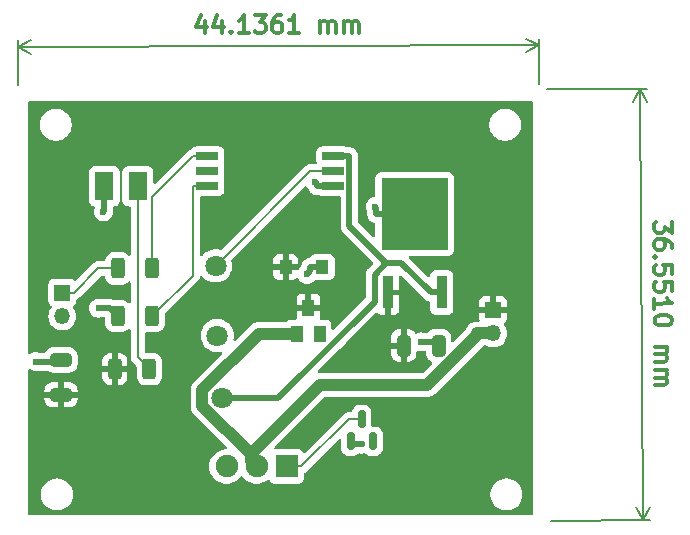
<source format=gbr>
%TF.GenerationSoftware,KiCad,Pcbnew,8.0.1*%
%TF.CreationDate,2024-11-21T22:36:30+00:00*%
%TF.ProjectId,Heating Element,48656174-696e-4672-9045-6c656d656e74,1*%
%TF.SameCoordinates,Original*%
%TF.FileFunction,Copper,L1,Top*%
%TF.FilePolarity,Positive*%
%FSLAX46Y46*%
G04 Gerber Fmt 4.6, Leading zero omitted, Abs format (unit mm)*
G04 Created by KiCad (PCBNEW 8.0.1) date 2024-11-21 22:36:30*
%MOMM*%
%LPD*%
G01*
G04 APERTURE LIST*
G04 Aperture macros list*
%AMRoundRect*
0 Rectangle with rounded corners*
0 $1 Rounding radius*
0 $2 $3 $4 $5 $6 $7 $8 $9 X,Y pos of 4 corners*
0 Add a 4 corners polygon primitive as box body*
4,1,4,$2,$3,$4,$5,$6,$7,$8,$9,$2,$3,0*
0 Add four circle primitives for the rounded corners*
1,1,$1+$1,$2,$3*
1,1,$1+$1,$4,$5*
1,1,$1+$1,$6,$7*
1,1,$1+$1,$8,$9*
0 Add four rect primitives between the rounded corners*
20,1,$1+$1,$2,$3,$4,$5,0*
20,1,$1+$1,$4,$5,$6,$7,0*
20,1,$1+$1,$6,$7,$8,$9,0*
20,1,$1+$1,$8,$9,$2,$3,0*%
G04 Aperture macros list end*
%ADD10C,0.300000*%
%TA.AperFunction,NonConductor*%
%ADD11C,0.300000*%
%TD*%
%TA.AperFunction,NonConductor*%
%ADD12C,0.200000*%
%TD*%
%TA.AperFunction,ComponentPad*%
%ADD13C,1.800000*%
%TD*%
%TA.AperFunction,ComponentPad*%
%ADD14R,1.350000X1.350000*%
%TD*%
%TA.AperFunction,ComponentPad*%
%ADD15O,1.350000X1.350000*%
%TD*%
%TA.AperFunction,SMDPad,CuDef*%
%ADD16RoundRect,0.250000X0.650000X-0.325000X0.650000X0.325000X-0.650000X0.325000X-0.650000X-0.325000X0*%
%TD*%
%TA.AperFunction,SMDPad,CuDef*%
%ADD17R,1.600000X2.400000*%
%TD*%
%TA.AperFunction,SMDPad,CuDef*%
%ADD18RoundRect,0.250000X-0.312500X-0.625000X0.312500X-0.625000X0.312500X0.625000X-0.312500X0.625000X0*%
%TD*%
%TA.AperFunction,SMDPad,CuDef*%
%ADD19R,1.000000X1.400000*%
%TD*%
%TA.AperFunction,SMDPad,CuDef*%
%ADD20R,1.850000X0.650000*%
%TD*%
%TA.AperFunction,ComponentPad*%
%ADD21R,1.910000X1.910000*%
%TD*%
%TA.AperFunction,ComponentPad*%
%ADD22C,1.910000*%
%TD*%
%TA.AperFunction,SMDPad,CuDef*%
%ADD23R,0.970000X2.830000*%
%TD*%
%TA.AperFunction,SMDPad,CuDef*%
%ADD24R,5.630000X6.090000*%
%TD*%
%TA.AperFunction,SMDPad,CuDef*%
%ADD25RoundRect,0.250000X-0.325000X-0.650000X0.325000X-0.650000X0.325000X0.650000X-0.325000X0.650000X0*%
%TD*%
%TA.AperFunction,SMDPad,CuDef*%
%ADD26R,1.110000X1.220000*%
%TD*%
%TA.AperFunction,SMDPad,CuDef*%
%ADD27RoundRect,0.150000X0.150000X-0.587500X0.150000X0.587500X-0.150000X0.587500X-0.150000X-0.587500X0*%
%TD*%
%TA.AperFunction,ViaPad*%
%ADD28C,0.600000*%
%TD*%
%TA.AperFunction,Conductor*%
%ADD29C,0.500000*%
%TD*%
%TA.AperFunction,Conductor*%
%ADD30C,1.000000*%
%TD*%
%TA.AperFunction,Conductor*%
%ADD31C,0.200000*%
%TD*%
G04 APERTURE END LIST*
D10*
D11*
X111624392Y-71721930D02*
X111627545Y-72721925D01*
X111265450Y-71151630D02*
X110911686Y-72224179D01*
X110911686Y-72224179D02*
X111840253Y-72221252D01*
X113052956Y-71717427D02*
X113056108Y-72717422D01*
X112694014Y-71147127D02*
X112340250Y-72219676D01*
X112340250Y-72219676D02*
X113268817Y-72216749D01*
X113841368Y-72572089D02*
X113913021Y-72643292D01*
X113913021Y-72643292D02*
X113841818Y-72714945D01*
X113841818Y-72714945D02*
X113770165Y-72643742D01*
X113770165Y-72643742D02*
X113841368Y-72572089D01*
X113841368Y-72572089D02*
X113841818Y-72714945D01*
X115341811Y-72710217D02*
X114484673Y-72712919D01*
X114913242Y-72711568D02*
X114908514Y-71211575D01*
X114908514Y-71211575D02*
X114766333Y-71426310D01*
X114766333Y-71426310D02*
X114623927Y-71569617D01*
X114623927Y-71569617D02*
X114481295Y-71641496D01*
X115837080Y-71208648D02*
X116765647Y-71205721D01*
X116765647Y-71205721D02*
X116267451Y-71778723D01*
X116267451Y-71778723D02*
X116481735Y-71778048D01*
X116481735Y-71778048D02*
X116624817Y-71849026D01*
X116624817Y-71849026D02*
X116696470Y-71920229D01*
X116696470Y-71920229D02*
X116768349Y-72062860D01*
X116768349Y-72062860D02*
X116769475Y-72420001D01*
X116769475Y-72420001D02*
X116698497Y-72563083D01*
X116698497Y-72563083D02*
X116627294Y-72634736D01*
X116627294Y-72634736D02*
X116484662Y-72706615D01*
X116484662Y-72706615D02*
X116056093Y-72707966D01*
X116056093Y-72707966D02*
X115913011Y-72636988D01*
X115913011Y-72636988D02*
X115841358Y-72565785D01*
X118051354Y-71201669D02*
X117765642Y-71202569D01*
X117765642Y-71202569D02*
X117623010Y-71274448D01*
X117623010Y-71274448D02*
X117551807Y-71346101D01*
X117551807Y-71346101D02*
X117409626Y-71560836D01*
X117409626Y-71560836D02*
X117339099Y-71846774D01*
X117339099Y-71846774D02*
X117340900Y-72418200D01*
X117340900Y-72418200D02*
X117412778Y-72560831D01*
X117412778Y-72560831D02*
X117484432Y-72632034D01*
X117484432Y-72632034D02*
X117627513Y-72703012D01*
X117627513Y-72703012D02*
X117913226Y-72702112D01*
X117913226Y-72702112D02*
X118055857Y-72630233D01*
X118055857Y-72630233D02*
X118127061Y-72558580D01*
X118127061Y-72558580D02*
X118198038Y-72415498D01*
X118198038Y-72415498D02*
X118196913Y-72058357D01*
X118196913Y-72058357D02*
X118125034Y-71915726D01*
X118125034Y-71915726D02*
X118053381Y-71844523D01*
X118053381Y-71844523D02*
X117910299Y-71773545D01*
X117910299Y-71773545D02*
X117624586Y-71774445D01*
X117624586Y-71774445D02*
X117481955Y-71846324D01*
X117481955Y-71846324D02*
X117410752Y-71917977D01*
X117410752Y-71917977D02*
X117339774Y-72061059D01*
X119627503Y-72696708D02*
X118770364Y-72699410D01*
X119198934Y-72698059D02*
X119194205Y-71198066D01*
X119194205Y-71198066D02*
X119052024Y-71412801D01*
X119052024Y-71412801D02*
X118909618Y-71556108D01*
X118909618Y-71556108D02*
X118766987Y-71627986D01*
X121413208Y-72691079D02*
X121410056Y-71691084D01*
X121410506Y-71833940D02*
X121481709Y-71762287D01*
X121481709Y-71762287D02*
X121624340Y-71690408D01*
X121624340Y-71690408D02*
X121838625Y-71689733D01*
X121838625Y-71689733D02*
X121981707Y-71760711D01*
X121981707Y-71760711D02*
X122053585Y-71903342D01*
X122053585Y-71903342D02*
X122056062Y-72689053D01*
X122053585Y-71903342D02*
X122124563Y-71760261D01*
X122124563Y-71760261D02*
X122267194Y-71688382D01*
X122267194Y-71688382D02*
X122481479Y-71687707D01*
X122481479Y-71687707D02*
X122624560Y-71758685D01*
X122624560Y-71758685D02*
X122696439Y-71901316D01*
X122696439Y-71901316D02*
X122698916Y-72687026D01*
X123413198Y-72684775D02*
X123410046Y-71684780D01*
X123410496Y-71827636D02*
X123481699Y-71755983D01*
X123481699Y-71755983D02*
X123624330Y-71684104D01*
X123624330Y-71684104D02*
X123838615Y-71683429D01*
X123838615Y-71683429D02*
X123981697Y-71754407D01*
X123981697Y-71754407D02*
X124053575Y-71897038D01*
X124053575Y-71897038D02*
X124056052Y-72682748D01*
X124053575Y-71897038D02*
X124124553Y-71753956D01*
X124124553Y-71753956D02*
X124267184Y-71682078D01*
X124267184Y-71682078D02*
X124481469Y-71681402D01*
X124481469Y-71681402D02*
X124624551Y-71752380D01*
X124624551Y-71752380D02*
X124696429Y-71895012D01*
X124696429Y-71895012D02*
X124698906Y-72680722D01*
D12*
X95787548Y-77114126D02*
X95775548Y-73307148D01*
X139923424Y-76975002D02*
X139911424Y-73168024D01*
X95777396Y-73893565D02*
X139913272Y-73754441D01*
X95777396Y-73893565D02*
X139913272Y-73754441D01*
X95777396Y-73893565D02*
X96902046Y-73303596D01*
X95777396Y-73893565D02*
X96905743Y-74476432D01*
X139913272Y-73754441D02*
X138788622Y-74344410D01*
X139913272Y-73754441D02*
X138784925Y-73171574D01*
D10*
D11*
X151141018Y-88667953D02*
X151148004Y-89596498D01*
X151148004Y-89596498D02*
X150572830Y-89100812D01*
X150572830Y-89100812D02*
X150574442Y-89315092D01*
X150574442Y-89315092D02*
X150504090Y-89458482D01*
X150504090Y-89458482D02*
X150433201Y-89530446D01*
X150433201Y-89530446D02*
X150290885Y-89602947D01*
X150290885Y-89602947D02*
X149933753Y-89605634D01*
X149933753Y-89605634D02*
X149790362Y-89535283D01*
X149790362Y-89535283D02*
X149718398Y-89464394D01*
X149718398Y-89464394D02*
X149645897Y-89322078D01*
X149645897Y-89322078D02*
X149642672Y-88893519D01*
X149642672Y-88893519D02*
X149713024Y-88750128D01*
X149713024Y-88750128D02*
X149783913Y-88678164D01*
X151157677Y-90882176D02*
X151155528Y-90596470D01*
X151155528Y-90596470D02*
X151083026Y-90454154D01*
X151083026Y-90454154D02*
X151011062Y-90383265D01*
X151011062Y-90383265D02*
X150795708Y-90242024D01*
X150795708Y-90242024D02*
X150509464Y-90172747D01*
X150509464Y-90172747D02*
X149938052Y-90177046D01*
X149938052Y-90177046D02*
X149795736Y-90249548D01*
X149795736Y-90249548D02*
X149724847Y-90321512D01*
X149724847Y-90321512D02*
X149654495Y-90464902D01*
X149654495Y-90464902D02*
X149656645Y-90750608D01*
X149656645Y-90750608D02*
X149729146Y-90892924D01*
X149729146Y-90892924D02*
X149801110Y-90963813D01*
X149801110Y-90963813D02*
X149944501Y-91034165D01*
X149944501Y-91034165D02*
X150301633Y-91031478D01*
X150301633Y-91031478D02*
X150443949Y-90958977D01*
X150443949Y-90958977D02*
X150514838Y-90887013D01*
X150514838Y-90887013D02*
X150585190Y-90743622D01*
X150585190Y-90743622D02*
X150583040Y-90457916D01*
X150583040Y-90457916D02*
X150510539Y-90315600D01*
X150510539Y-90315600D02*
X150438575Y-90244711D01*
X150438575Y-90244711D02*
X150295185Y-90174359D01*
X149806484Y-91678078D02*
X149735595Y-91750042D01*
X149735595Y-91750042D02*
X149663631Y-91679153D01*
X149663631Y-91679153D02*
X149734520Y-91607189D01*
X149734520Y-91607189D02*
X149806484Y-91678078D01*
X149806484Y-91678078D02*
X149663631Y-91679153D01*
X151174337Y-93096399D02*
X151168963Y-92382133D01*
X151168963Y-92382133D02*
X150454160Y-92316081D01*
X150454160Y-92316081D02*
X150526124Y-92386970D01*
X150526124Y-92386970D02*
X150598625Y-92529286D01*
X150598625Y-92529286D02*
X150601312Y-92886418D01*
X150601312Y-92886418D02*
X150530961Y-93029809D01*
X150530961Y-93029809D02*
X150460071Y-93101773D01*
X150460071Y-93101773D02*
X150317756Y-93174274D01*
X150317756Y-93174274D02*
X149960623Y-93176961D01*
X149960623Y-93176961D02*
X149817233Y-93106610D01*
X149817233Y-93106610D02*
X149745269Y-93035720D01*
X149745269Y-93035720D02*
X149672767Y-92893405D01*
X149672767Y-92893405D02*
X149670080Y-92536272D01*
X149670080Y-92536272D02*
X149740432Y-92392882D01*
X149740432Y-92392882D02*
X149811321Y-92320918D01*
X151185085Y-94524929D02*
X151179711Y-93810664D01*
X151179711Y-93810664D02*
X150464908Y-93744611D01*
X150464908Y-93744611D02*
X150536872Y-93815501D01*
X150536872Y-93815501D02*
X150609373Y-93957816D01*
X150609373Y-93957816D02*
X150612061Y-94314949D01*
X150612061Y-94314949D02*
X150541709Y-94458340D01*
X150541709Y-94458340D02*
X150470820Y-94530303D01*
X150470820Y-94530303D02*
X150328504Y-94602805D01*
X150328504Y-94602805D02*
X149971371Y-94605492D01*
X149971371Y-94605492D02*
X149827981Y-94535140D01*
X149827981Y-94535140D02*
X149756017Y-94464251D01*
X149756017Y-94464251D02*
X149683515Y-94321935D01*
X149683515Y-94321935D02*
X149680828Y-93964803D01*
X149680828Y-93964803D02*
X149751180Y-93821412D01*
X149751180Y-93821412D02*
X149822069Y-93749448D01*
X149696413Y-96036172D02*
X149689964Y-95179053D01*
X149693189Y-95607613D02*
X151193146Y-95596327D01*
X151193146Y-95596327D02*
X150977792Y-95455086D01*
X150977792Y-95455086D02*
X150833864Y-95313308D01*
X150833864Y-95313308D02*
X150761363Y-95170992D01*
X151203357Y-96953431D02*
X151204432Y-97096284D01*
X151204432Y-97096284D02*
X151134080Y-97239675D01*
X151134080Y-97239675D02*
X151063191Y-97311639D01*
X151063191Y-97311639D02*
X150920875Y-97384140D01*
X150920875Y-97384140D02*
X150635706Y-97457716D01*
X150635706Y-97457716D02*
X150278574Y-97460403D01*
X150278574Y-97460403D02*
X149992330Y-97391126D01*
X149992330Y-97391126D02*
X149848940Y-97320775D01*
X149848940Y-97320775D02*
X149776976Y-97249886D01*
X149776976Y-97249886D02*
X149704474Y-97107570D01*
X149704474Y-97107570D02*
X149703399Y-96964717D01*
X149703399Y-96964717D02*
X149773751Y-96821326D01*
X149773751Y-96821326D02*
X149844640Y-96749362D01*
X149844640Y-96749362D02*
X149986956Y-96676861D01*
X149986956Y-96676861D02*
X150272125Y-96603285D01*
X150272125Y-96603285D02*
X150629258Y-96600598D01*
X150629258Y-96600598D02*
X150915501Y-96669875D01*
X150915501Y-96669875D02*
X151058892Y-96740226D01*
X151058892Y-96740226D02*
X151130856Y-96811116D01*
X151130856Y-96811116D02*
X151203357Y-96953431D01*
X149720597Y-99250366D02*
X150720568Y-99242842D01*
X150577715Y-99243917D02*
X150649679Y-99314806D01*
X150649679Y-99314806D02*
X150722180Y-99457122D01*
X150722180Y-99457122D02*
X150723793Y-99671401D01*
X150723793Y-99671401D02*
X150653441Y-99814792D01*
X150653441Y-99814792D02*
X150511125Y-99887293D01*
X150511125Y-99887293D02*
X149725433Y-99893205D01*
X150511125Y-99887293D02*
X150654516Y-99957645D01*
X150654516Y-99957645D02*
X150727017Y-100099961D01*
X150727017Y-100099961D02*
X150728629Y-100314240D01*
X150728629Y-100314240D02*
X150658278Y-100457631D01*
X150658278Y-100457631D02*
X150515962Y-100530132D01*
X150515962Y-100530132D02*
X149730270Y-100536044D01*
X149735644Y-101250309D02*
X150735616Y-101242785D01*
X150592763Y-101243860D02*
X150664727Y-101314749D01*
X150664727Y-101314749D02*
X150737228Y-101457065D01*
X150737228Y-101457065D02*
X150738840Y-101671345D01*
X150738840Y-101671345D02*
X150668488Y-101814735D01*
X150668488Y-101814735D02*
X150526173Y-101887237D01*
X150526173Y-101887237D02*
X149740481Y-101893148D01*
X150526173Y-101887237D02*
X150669563Y-101957588D01*
X150669563Y-101957588D02*
X150742065Y-102099904D01*
X150742065Y-102099904D02*
X150743677Y-102314184D01*
X150743677Y-102314184D02*
X150673325Y-102457574D01*
X150673325Y-102457574D02*
X150531009Y-102530076D01*
X150531009Y-102530076D02*
X149745317Y-102535987D01*
D12*
X140624986Y-77471238D02*
X149020990Y-77408067D01*
X140899986Y-114021238D02*
X149295990Y-113958067D01*
X148434587Y-77412479D02*
X148709587Y-113962479D01*
X148434587Y-77412479D02*
X148709587Y-113962479D01*
X148434587Y-77412479D02*
X149029467Y-78534539D01*
X148434587Y-77412479D02*
X147856658Y-78543363D01*
X148709587Y-113962479D02*
X148114707Y-112840419D01*
X148709587Y-113962479D02*
X149287516Y-112831595D01*
D13*
%TO.P,TP1,1,1*%
%TO.N,/VG*%
X112530000Y-92400000D03*
%TD*%
D14*
%TO.P,J1,1,Pin_1*%
%TO.N,/PWM input*%
X99560000Y-94680000D03*
D15*
%TO.P,J1,2,Pin_2*%
%TO.N,GND*%
X99560000Y-96680000D03*
%TD*%
D16*
%TO.P,C1,1*%
%TO.N,+24V*%
X99450000Y-103325000D03*
%TO.P,C1,2*%
%TO.N,GND*%
X99450000Y-100375000D03*
%TD*%
D13*
%TO.P,TP3,1,1*%
%TO.N,/+15V*%
X113050000Y-103620000D03*
%TD*%
D17*
%TO.P,D2,1*%
%TO.N,GND*%
X103105000Y-85670000D03*
%TO.P,D2,2*%
%TO.N,Net-(D2-Pad2)*%
X105955000Y-85670000D03*
%TD*%
D18*
%TO.P,R3,1*%
%TO.N,+24V*%
X104010000Y-101150000D03*
%TO.P,R3,2*%
%TO.N,Net-(D2-Pad2)*%
X106935000Y-101150000D03*
%TD*%
D19*
%TO.P,D1,1*%
%TO.N,/Vdrain*%
X119446000Y-98178800D03*
%TO.P,D1,2*%
%TO.N,unconnected-(D1-Pad2)*%
X121346000Y-98178800D03*
%TO.P,D1,3*%
%TO.N,+24V*%
X120396000Y-95978800D03*
%TD*%
D20*
%TO.P,IC1,1,ANODE*%
%TO.N,Net-(IC1-ANODE)*%
X111845000Y-83130000D03*
%TO.P,IC1,2,NC*%
%TO.N,unconnected-(IC1-NC-Pad2)*%
X111845000Y-84400000D03*
%TO.P,IC1,3,CATHODE*%
%TO.N,Net-(IC1-CATHODE)*%
X111845000Y-85670000D03*
%TO.P,IC1,4,VEE*%
%TO.N,GND*%
X122495000Y-85670000D03*
%TO.P,IC1,5,VOUT*%
%TO.N,/VG*%
X122495000Y-84400000D03*
%TO.P,IC1,6,VCC*%
%TO.N,/+15V*%
X122495000Y-83130000D03*
%TD*%
D18*
%TO.P,R1,1*%
%TO.N,/PWM input*%
X104267500Y-92630000D03*
%TO.P,R1,2*%
%TO.N,Net-(IC1-ANODE)*%
X107192500Y-92630000D03*
%TD*%
D13*
%TO.P,TP2,1,1*%
%TO.N,GND*%
X112680000Y-98310000D03*
%TD*%
D21*
%TO.P,U1,1*%
%TO.N,/VG*%
X118540000Y-109400000D03*
D22*
%TO.P,U1,2*%
%TO.N,/Vdrain*%
X116000000Y-109400000D03*
%TO.P,U1,3*%
%TO.N,GND*%
X113460000Y-109400000D03*
%TD*%
D23*
%TO.P,U2,1,IN*%
%TO.N,+24V*%
X127097600Y-94665600D03*
D24*
%TO.P,U2,2,GND*%
%TO.N,GND*%
X129387600Y-88015600D03*
D23*
%TO.P,U2,3,OUT*%
%TO.N,/+15V*%
X131677600Y-94665600D03*
%TD*%
D25*
%TO.P,C2,1*%
%TO.N,+24V*%
X128471400Y-99161600D03*
%TO.P,C2,2*%
%TO.N,GND*%
X131421400Y-99161600D03*
%TD*%
D18*
%TO.P,R2,1*%
%TO.N,GND*%
X104267500Y-96660000D03*
%TO.P,R2,2*%
%TO.N,Net-(IC1-CATHODE)*%
X107192500Y-96660000D03*
%TD*%
D26*
%TO.P,D4,1*%
%TO.N,+24V*%
X118464400Y-92506800D03*
%TO.P,D4,2*%
%TO.N,GND*%
X121564400Y-92506800D03*
%TD*%
D27*
%TO.P,D3,1,A*%
%TO.N,GND*%
X123975000Y-107275000D03*
%TO.P,D3,2,NC*%
%TO.N,unconnected-(D3-NC-Pad2)*%
X125875000Y-107275000D03*
%TO.P,D3,3,K*%
%TO.N,/VG*%
X124925000Y-105400000D03*
%TD*%
D14*
%TO.P,J2,1,Pin_1*%
%TO.N,+24V*%
X136042400Y-96129600D03*
D15*
%TO.P,J2,2,Pin_2*%
%TO.N,/Vdrain*%
X136042400Y-98129600D03*
%TD*%
D28*
%TO.N,GND*%
X129946400Y-98850700D03*
X120951300Y-85345000D03*
X97300000Y-100525000D03*
X120266500Y-93123700D03*
X124896300Y-107505500D03*
X103041800Y-87849200D03*
X102623700Y-95987200D03*
X126044800Y-87396700D03*
%TD*%
D29*
%TO.N,GND*%
X121118300Y-85512000D02*
X121118300Y-85670000D01*
X97300000Y-100525000D02*
X99300000Y-100525000D01*
X103105000Y-87786000D02*
X103105000Y-85670000D01*
X131110500Y-98850700D02*
X131421400Y-99161600D01*
X103041800Y-87849200D02*
X103105000Y-87786000D01*
X124205500Y-107505500D02*
X123975000Y-107275000D01*
X102623700Y-95987200D02*
X103594700Y-95987200D01*
X120951300Y-85345000D02*
X121118300Y-85512000D01*
X121564400Y-92506800D02*
X120557700Y-92506800D01*
X122495000Y-85670000D02*
X121118300Y-85670000D01*
X129387600Y-88015600D02*
X126120900Y-88015600D01*
X120557700Y-92832500D02*
X120557700Y-92506800D01*
X126120900Y-87472800D02*
X126120900Y-88015600D01*
X126044800Y-87396700D02*
X126120900Y-87472800D01*
X98705800Y-100525000D02*
X98755400Y-100475400D01*
X99300000Y-100525000D02*
X99450000Y-100375000D01*
X120266500Y-93123700D02*
X120557700Y-92832500D01*
X129946400Y-98850700D02*
X131110500Y-98850700D01*
X124896300Y-107505500D02*
X124205500Y-107505500D01*
X103594700Y-95987200D02*
X104267500Y-96660000D01*
D30*
%TO.N,/Vdrain*%
X115504000Y-108353100D02*
X115503900Y-108353200D01*
X115504000Y-108353100D02*
X111419900Y-104269100D01*
X111419900Y-102964700D02*
X116205800Y-98178800D01*
X115503900Y-108353200D02*
X115503900Y-108903900D01*
X111419900Y-104269100D02*
X111419900Y-102964700D01*
X115503900Y-108903900D02*
X116000000Y-109400000D01*
X121366400Y-102490700D02*
X115504000Y-108353100D01*
X116205800Y-98178800D02*
X119446000Y-98178800D01*
X134665700Y-98301700D02*
X130476700Y-102490700D01*
X136042400Y-98129600D02*
X134665700Y-98129600D01*
X134665700Y-98129600D02*
X134665700Y-98301700D01*
X130476700Y-102490700D02*
X121366400Y-102490700D01*
D31*
%TO.N,/PWM input*%
X104267500Y-92630000D02*
X102586700Y-92630000D01*
X102586700Y-92630000D02*
X100536700Y-94680000D01*
X99560000Y-94680000D02*
X100536700Y-94680000D01*
%TO.N,Net-(IC1-CATHODE)*%
X110618300Y-85670000D02*
X110618300Y-93234200D01*
X110618300Y-93234200D02*
X107192500Y-96660000D01*
X111845000Y-85670000D02*
X110618300Y-85670000D01*
%TO.N,Net-(IC1-ANODE)*%
X107192500Y-86555800D02*
X107192500Y-92630000D01*
X110618300Y-83130000D02*
X107192500Y-86555800D01*
X111845000Y-83130000D02*
X110618300Y-83130000D01*
D29*
%TO.N,/+15V*%
X122495000Y-83130000D02*
X123871700Y-83130000D01*
X131677600Y-94665600D02*
X130740900Y-94665600D01*
X128231500Y-92156200D02*
X130740900Y-94665600D01*
X123871700Y-83130000D02*
X123871700Y-89037200D01*
X126990700Y-92156200D02*
X128231500Y-92156200D01*
X123871700Y-89037200D02*
X126990700Y-92156200D01*
X125995000Y-93151900D02*
X126990700Y-92156200D01*
X117810200Y-103620000D02*
X125995000Y-95435200D01*
X125995000Y-95435200D02*
X125995000Y-93151900D01*
X113050000Y-103620000D02*
X117810200Y-103620000D01*
D31*
%TO.N,/VG*%
X120530000Y-84400000D02*
X122495000Y-84400000D01*
X119796700Y-109400000D02*
X123796700Y-105400000D01*
X112530000Y-92400000D02*
X120530000Y-84400000D01*
X123796700Y-105400000D02*
X124925000Y-105400000D01*
X118540000Y-109400000D02*
X119796700Y-109400000D01*
%TO.N,Net-(D2-Pad2)*%
X106935000Y-101150000D02*
X105955000Y-100170000D01*
X105955000Y-100170000D02*
X105955000Y-85670000D01*
%TD*%
%TA.AperFunction,Conductor*%
%TO.N,+24V*%
G36*
X139342539Y-78495185D02*
G01*
X139388294Y-78547989D01*
X139399500Y-78599500D01*
X139399500Y-113375500D01*
X139379815Y-113442539D01*
X139327011Y-113488294D01*
X139275500Y-113499500D01*
X96774500Y-113499500D01*
X96707461Y-113479815D01*
X96661706Y-113427011D01*
X96650500Y-113375500D01*
X96650500Y-111869486D01*
X97758700Y-111869486D01*
X97791953Y-112079439D01*
X97857644Y-112281614D01*
X97954151Y-112471020D01*
X98079090Y-112642986D01*
X98229413Y-112793309D01*
X98401379Y-112918248D01*
X98401381Y-112918249D01*
X98401384Y-112918251D01*
X98590788Y-113014757D01*
X98792957Y-113080446D01*
X99002913Y-113113700D01*
X99002914Y-113113700D01*
X99215486Y-113113700D01*
X99215487Y-113113700D01*
X99425443Y-113080446D01*
X99627612Y-113014757D01*
X99817016Y-112918251D01*
X99883903Y-112869655D01*
X99988986Y-112793309D01*
X99988988Y-112793306D01*
X99988992Y-112793304D01*
X100139304Y-112642992D01*
X100139306Y-112642988D01*
X100139309Y-112642986D01*
X100264248Y-112471020D01*
X100264247Y-112471020D01*
X100264251Y-112471016D01*
X100360757Y-112281612D01*
X100426446Y-112079443D01*
X100459700Y-111869487D01*
X100459700Y-111869486D01*
X135807900Y-111869486D01*
X135841153Y-112079439D01*
X135906844Y-112281614D01*
X136003351Y-112471020D01*
X136128290Y-112642986D01*
X136278613Y-112793309D01*
X136450579Y-112918248D01*
X136450581Y-112918249D01*
X136450584Y-112918251D01*
X136639988Y-113014757D01*
X136842157Y-113080446D01*
X137052113Y-113113700D01*
X137052114Y-113113700D01*
X137264686Y-113113700D01*
X137264687Y-113113700D01*
X137474643Y-113080446D01*
X137676812Y-113014757D01*
X137866216Y-112918251D01*
X137933103Y-112869655D01*
X138038186Y-112793309D01*
X138038188Y-112793306D01*
X138038192Y-112793304D01*
X138188504Y-112642992D01*
X138188506Y-112642988D01*
X138188509Y-112642986D01*
X138313448Y-112471020D01*
X138313447Y-112471020D01*
X138313451Y-112471016D01*
X138409957Y-112281612D01*
X138475646Y-112079443D01*
X138508900Y-111869487D01*
X138508900Y-111656913D01*
X138475646Y-111446957D01*
X138409957Y-111244788D01*
X138313451Y-111055384D01*
X138313449Y-111055381D01*
X138313448Y-111055379D01*
X138188509Y-110883413D01*
X138038186Y-110733090D01*
X137866220Y-110608151D01*
X137676814Y-110511644D01*
X137676813Y-110511643D01*
X137676812Y-110511643D01*
X137474643Y-110445954D01*
X137474641Y-110445953D01*
X137474640Y-110445953D01*
X137313357Y-110420408D01*
X137264687Y-110412700D01*
X137052113Y-110412700D01*
X137003442Y-110420408D01*
X136842160Y-110445953D01*
X136639985Y-110511644D01*
X136450579Y-110608151D01*
X136278613Y-110733090D01*
X136128290Y-110883413D01*
X136003351Y-111055379D01*
X135906844Y-111244785D01*
X135841153Y-111446960D01*
X135807900Y-111656913D01*
X135807900Y-111869486D01*
X100459700Y-111869486D01*
X100459700Y-111656913D01*
X100426446Y-111446957D01*
X100360757Y-111244788D01*
X100264251Y-111055384D01*
X100264249Y-111055381D01*
X100264248Y-111055379D01*
X100139309Y-110883413D01*
X99988986Y-110733090D01*
X99817020Y-110608151D01*
X99627614Y-110511644D01*
X99627613Y-110511643D01*
X99627612Y-110511643D01*
X99425443Y-110445954D01*
X99425441Y-110445953D01*
X99425440Y-110445953D01*
X99264157Y-110420408D01*
X99215487Y-110412700D01*
X99002913Y-110412700D01*
X98954242Y-110420408D01*
X98792960Y-110445953D01*
X98590785Y-110511644D01*
X98401379Y-110608151D01*
X98229413Y-110733090D01*
X98079090Y-110883413D01*
X97954151Y-111055379D01*
X97857644Y-111244785D01*
X97791953Y-111446960D01*
X97758700Y-111656913D01*
X97758700Y-111869486D01*
X96650500Y-111869486D01*
X96650500Y-103575000D01*
X98050001Y-103575000D01*
X98050001Y-103699986D01*
X98060494Y-103802697D01*
X98115641Y-103969119D01*
X98115643Y-103969124D01*
X98207684Y-104118345D01*
X98331654Y-104242315D01*
X98480875Y-104334356D01*
X98480880Y-104334358D01*
X98647302Y-104389505D01*
X98647309Y-104389506D01*
X98750019Y-104399999D01*
X99199999Y-104399999D01*
X99200000Y-104399998D01*
X99200000Y-103575000D01*
X99700000Y-103575000D01*
X99700000Y-104399999D01*
X100149972Y-104399999D01*
X100149986Y-104399998D01*
X100252697Y-104389505D01*
X100419119Y-104334358D01*
X100419124Y-104334356D01*
X100568345Y-104242315D01*
X100692315Y-104118345D01*
X100784356Y-103969124D01*
X100784358Y-103969119D01*
X100839505Y-103802697D01*
X100839506Y-103802690D01*
X100849999Y-103699986D01*
X100850000Y-103699973D01*
X100850000Y-103575000D01*
X99700000Y-103575000D01*
X99200000Y-103575000D01*
X98050001Y-103575000D01*
X96650500Y-103575000D01*
X96650500Y-103075000D01*
X98050000Y-103075000D01*
X99200000Y-103075000D01*
X99200000Y-102250000D01*
X99700000Y-102250000D01*
X99700000Y-103075000D01*
X100849999Y-103075000D01*
X100849999Y-102950028D01*
X100849998Y-102950013D01*
X100839505Y-102847302D01*
X100784358Y-102680880D01*
X100784356Y-102680875D01*
X100692315Y-102531654D01*
X100568345Y-102407684D01*
X100419124Y-102315643D01*
X100419119Y-102315641D01*
X100252697Y-102260494D01*
X100252690Y-102260493D01*
X100149986Y-102250000D01*
X99700000Y-102250000D01*
X99200000Y-102250000D01*
X98750028Y-102250000D01*
X98750012Y-102250001D01*
X98647302Y-102260494D01*
X98480880Y-102315641D01*
X98480875Y-102315643D01*
X98331654Y-102407684D01*
X98207684Y-102531654D01*
X98115643Y-102680875D01*
X98115641Y-102680880D01*
X98060494Y-102847302D01*
X98060493Y-102847309D01*
X98050000Y-102950013D01*
X98050000Y-103075000D01*
X96650500Y-103075000D01*
X96650500Y-101286661D01*
X96670185Y-101219622D01*
X96722989Y-101173867D01*
X96792147Y-101163923D01*
X96840473Y-101181668D01*
X96950475Y-101250788D01*
X97120745Y-101310368D01*
X97120750Y-101310369D01*
X97299996Y-101330565D01*
X97300000Y-101330565D01*
X97300004Y-101330565D01*
X97479249Y-101310369D01*
X97479252Y-101310368D01*
X97479255Y-101310368D01*
X97559017Y-101282457D01*
X97599972Y-101275500D01*
X98268273Y-101275500D01*
X98333368Y-101293960D01*
X98480666Y-101384814D01*
X98647203Y-101439999D01*
X98749991Y-101450500D01*
X100150008Y-101450499D01*
X100252797Y-101439999D01*
X100373506Y-101400000D01*
X102947501Y-101400000D01*
X102947501Y-101824986D01*
X102957994Y-101927697D01*
X103013141Y-102094119D01*
X103013143Y-102094124D01*
X103105184Y-102243345D01*
X103229154Y-102367315D01*
X103378375Y-102459356D01*
X103378380Y-102459358D01*
X103544802Y-102514505D01*
X103544809Y-102514506D01*
X103647519Y-102524999D01*
X103759999Y-102524999D01*
X103760000Y-102524998D01*
X103760000Y-101400000D01*
X104260000Y-101400000D01*
X104260000Y-102524999D01*
X104372472Y-102524999D01*
X104372486Y-102524998D01*
X104475197Y-102514505D01*
X104641619Y-102459358D01*
X104641624Y-102459356D01*
X104790845Y-102367315D01*
X104914815Y-102243345D01*
X105006856Y-102094124D01*
X105006858Y-102094119D01*
X105062005Y-101927697D01*
X105062006Y-101927690D01*
X105072499Y-101824986D01*
X105072500Y-101824973D01*
X105072500Y-101400000D01*
X104260000Y-101400000D01*
X103760000Y-101400000D01*
X102947501Y-101400000D01*
X100373506Y-101400000D01*
X100419334Y-101384814D01*
X100568656Y-101292712D01*
X100692712Y-101168656D01*
X100784814Y-101019334D01*
X100824357Y-100900000D01*
X102947500Y-100900000D01*
X103760000Y-100900000D01*
X103760000Y-99775000D01*
X104260000Y-99775000D01*
X104260000Y-100900000D01*
X105072499Y-100900000D01*
X105072499Y-100475028D01*
X105072498Y-100475013D01*
X105062005Y-100372302D01*
X105006858Y-100205880D01*
X105006856Y-100205875D01*
X104914815Y-100056654D01*
X104790845Y-99932684D01*
X104641624Y-99840643D01*
X104641619Y-99840641D01*
X104475197Y-99785494D01*
X104475190Y-99785493D01*
X104372486Y-99775000D01*
X104260000Y-99775000D01*
X103760000Y-99775000D01*
X103647527Y-99775000D01*
X103647512Y-99775001D01*
X103544802Y-99785494D01*
X103378380Y-99840641D01*
X103378375Y-99840643D01*
X103229154Y-99932684D01*
X103105184Y-100056654D01*
X103013143Y-100205875D01*
X103013141Y-100205880D01*
X102957994Y-100372302D01*
X102957993Y-100372309D01*
X102947500Y-100475013D01*
X102947500Y-100900000D01*
X100824357Y-100900000D01*
X100839999Y-100852797D01*
X100850500Y-100750009D01*
X100850499Y-99999992D01*
X100839999Y-99897203D01*
X100784814Y-99730666D01*
X100692712Y-99581344D01*
X100568656Y-99457288D01*
X100442215Y-99379299D01*
X100419336Y-99365187D01*
X100419331Y-99365185D01*
X100382444Y-99352962D01*
X100252797Y-99310001D01*
X100252795Y-99310000D01*
X100150010Y-99299500D01*
X98749998Y-99299500D01*
X98749981Y-99299501D01*
X98647203Y-99310000D01*
X98647200Y-99310001D01*
X98480668Y-99365185D01*
X98480663Y-99365187D01*
X98331342Y-99457289D01*
X98207289Y-99581342D01*
X98195041Y-99601200D01*
X98127625Y-99710500D01*
X98124481Y-99715597D01*
X98072533Y-99762321D01*
X98018942Y-99774500D01*
X97599972Y-99774500D01*
X97559017Y-99767542D01*
X97479254Y-99739631D01*
X97479249Y-99739630D01*
X97300004Y-99719435D01*
X97299996Y-99719435D01*
X97120750Y-99739630D01*
X97120745Y-99739631D01*
X96950476Y-99799211D01*
X96840472Y-99868332D01*
X96773235Y-99887332D01*
X96706400Y-99866964D01*
X96661186Y-99813696D01*
X96650500Y-99763338D01*
X96650500Y-96680000D01*
X98379464Y-96680000D01*
X98399564Y-96896918D01*
X98399564Y-96896920D01*
X98399565Y-96896923D01*
X98438853Y-97035006D01*
X98459184Y-97106462D01*
X98538706Y-97266163D01*
X98556288Y-97301472D01*
X98687573Y-97475322D01*
X98848568Y-97622088D01*
X98848575Y-97622092D01*
X98848576Y-97622093D01*
X99033786Y-97736770D01*
X99033792Y-97736773D01*
X99056664Y-97745633D01*
X99236931Y-97815470D01*
X99451074Y-97855500D01*
X99451076Y-97855500D01*
X99668924Y-97855500D01*
X99668926Y-97855500D01*
X99883069Y-97815470D01*
X100086210Y-97736772D01*
X100271432Y-97622088D01*
X100432427Y-97475322D01*
X100563712Y-97301472D01*
X100660817Y-97106459D01*
X100720435Y-96896923D01*
X100740536Y-96680000D01*
X100720435Y-96463077D01*
X100660817Y-96253541D01*
X100563712Y-96058528D01*
X100482251Y-95950656D01*
X100457560Y-95885297D01*
X100472125Y-95816962D01*
X100506895Y-95776665D01*
X100588378Y-95715666D01*
X100592546Y-95712546D01*
X100678796Y-95597331D01*
X100729091Y-95462483D01*
X100735500Y-95402873D01*
X100735499Y-95330212D01*
X100755183Y-95263174D01*
X100797497Y-95222826D01*
X100833861Y-95201832D01*
X100905416Y-95160520D01*
X101017220Y-95048716D01*
X101017220Y-95048714D01*
X101027424Y-95038511D01*
X101027427Y-95038506D01*
X102799117Y-93266819D01*
X102860440Y-93233334D01*
X102886798Y-93230500D01*
X103084911Y-93230500D01*
X103151950Y-93250185D01*
X103197705Y-93302989D01*
X103208269Y-93341898D01*
X103215001Y-93407797D01*
X103215001Y-93407799D01*
X103265487Y-93560154D01*
X103270186Y-93574334D01*
X103362288Y-93723656D01*
X103486344Y-93847712D01*
X103635666Y-93939814D01*
X103802203Y-93994999D01*
X103904991Y-94005500D01*
X104630008Y-94005499D01*
X104630016Y-94005498D01*
X104630019Y-94005498D01*
X104712934Y-93997028D01*
X104732797Y-93994999D01*
X104899334Y-93939814D01*
X105048656Y-93847712D01*
X105142819Y-93753549D01*
X105204142Y-93720064D01*
X105273834Y-93725048D01*
X105329767Y-93766920D01*
X105354184Y-93832384D01*
X105354500Y-93841230D01*
X105354500Y-95448770D01*
X105334815Y-95515809D01*
X105282011Y-95561564D01*
X105212853Y-95571508D01*
X105149297Y-95542483D01*
X105142819Y-95536451D01*
X105048657Y-95442289D01*
X105048656Y-95442288D01*
X104911004Y-95357384D01*
X104899336Y-95350187D01*
X104899331Y-95350185D01*
X104890383Y-95347220D01*
X104732797Y-95295001D01*
X104732795Y-95295000D01*
X104630010Y-95284500D01*
X103904999Y-95284500D01*
X103904983Y-95284501D01*
X103899536Y-95285058D01*
X103839491Y-95276261D01*
X103813613Y-95265542D01*
X103813608Y-95265541D01*
X103813607Y-95265540D01*
X103668620Y-95236700D01*
X103668618Y-95236700D01*
X102923672Y-95236700D01*
X102882717Y-95229742D01*
X102802954Y-95201831D01*
X102802949Y-95201830D01*
X102623704Y-95181635D01*
X102623696Y-95181635D01*
X102444450Y-95201830D01*
X102444445Y-95201831D01*
X102274176Y-95261411D01*
X102121437Y-95357384D01*
X101993884Y-95484937D01*
X101897911Y-95637676D01*
X101838331Y-95807945D01*
X101838330Y-95807950D01*
X101818135Y-95987196D01*
X101818135Y-95987203D01*
X101838330Y-96166449D01*
X101838331Y-96166454D01*
X101897911Y-96336723D01*
X101968887Y-96449680D01*
X101993884Y-96489462D01*
X102121438Y-96617016D01*
X102274178Y-96712989D01*
X102444445Y-96772568D01*
X102444450Y-96772569D01*
X102623696Y-96792765D01*
X102623700Y-96792765D01*
X102623704Y-96792765D01*
X102802949Y-96772569D01*
X102802952Y-96772568D01*
X102802955Y-96772568D01*
X102882717Y-96744657D01*
X102923672Y-96737700D01*
X103080501Y-96737700D01*
X103147540Y-96757385D01*
X103193295Y-96810189D01*
X103204501Y-96861700D01*
X103204501Y-97335018D01*
X103215000Y-97437796D01*
X103215001Y-97437799D01*
X103238306Y-97508127D01*
X103270186Y-97604334D01*
X103362288Y-97753656D01*
X103486344Y-97877712D01*
X103635666Y-97969814D01*
X103802203Y-98024999D01*
X103904991Y-98035500D01*
X104630008Y-98035499D01*
X104630016Y-98035498D01*
X104630019Y-98035498D01*
X104712934Y-98027028D01*
X104732797Y-98024999D01*
X104899334Y-97969814D01*
X105048656Y-97877712D01*
X105142819Y-97783549D01*
X105204142Y-97750064D01*
X105273834Y-97755048D01*
X105329767Y-97796920D01*
X105354184Y-97862384D01*
X105354500Y-97871230D01*
X105354500Y-100083330D01*
X105354499Y-100083348D01*
X105354499Y-100249054D01*
X105354498Y-100249054D01*
X105362859Y-100280256D01*
X105395423Y-100401785D01*
X105422635Y-100448917D01*
X105437710Y-100475028D01*
X105474479Y-100538714D01*
X105474481Y-100538717D01*
X105593349Y-100657585D01*
X105593355Y-100657590D01*
X105835681Y-100899916D01*
X105869166Y-100961239D01*
X105872000Y-100987597D01*
X105872000Y-101825001D01*
X105872001Y-101825019D01*
X105882500Y-101927796D01*
X105882501Y-101927799D01*
X105937615Y-102094119D01*
X105937686Y-102094334D01*
X106029788Y-102243656D01*
X106153844Y-102367712D01*
X106303166Y-102459814D01*
X106469703Y-102514999D01*
X106572491Y-102525500D01*
X107297508Y-102525499D01*
X107297516Y-102525498D01*
X107297519Y-102525498D01*
X107353802Y-102519748D01*
X107400297Y-102514999D01*
X107566834Y-102459814D01*
X107716156Y-102367712D01*
X107840212Y-102243656D01*
X107932314Y-102094334D01*
X107987499Y-101927797D01*
X107998000Y-101825009D01*
X107997999Y-100474992D01*
X107995335Y-100448917D01*
X107987499Y-100372203D01*
X107987498Y-100372200D01*
X107957031Y-100280257D01*
X107932314Y-100205666D01*
X107840212Y-100056344D01*
X107716156Y-99932288D01*
X107566834Y-99840186D01*
X107400297Y-99785001D01*
X107400295Y-99785000D01*
X107297516Y-99774500D01*
X106679500Y-99774500D01*
X106612461Y-99754815D01*
X106566706Y-99702011D01*
X106555500Y-99650500D01*
X106555500Y-98139822D01*
X106575185Y-98072783D01*
X106627989Y-98027028D01*
X106697147Y-98017084D01*
X106718499Y-98022114D01*
X106727203Y-98024999D01*
X106829991Y-98035500D01*
X107555008Y-98035499D01*
X107555016Y-98035498D01*
X107555019Y-98035498D01*
X107637934Y-98027028D01*
X107657797Y-98024999D01*
X107824334Y-97969814D01*
X107973656Y-97877712D01*
X108097712Y-97753656D01*
X108189814Y-97604334D01*
X108244999Y-97437797D01*
X108255500Y-97335009D01*
X108255499Y-96497595D01*
X108275183Y-96430557D01*
X108291813Y-96409920D01*
X108972933Y-95728800D01*
X119396000Y-95728800D01*
X120146000Y-95728800D01*
X120146000Y-94778800D01*
X120646000Y-94778800D01*
X120646000Y-95728800D01*
X121396000Y-95728800D01*
X121396000Y-95230972D01*
X121395999Y-95230955D01*
X121389598Y-95171427D01*
X121389596Y-95171420D01*
X121339354Y-95036713D01*
X121339350Y-95036706D01*
X121253190Y-94921612D01*
X121253187Y-94921609D01*
X121138093Y-94835449D01*
X121138086Y-94835445D01*
X121003379Y-94785203D01*
X121003372Y-94785201D01*
X120943844Y-94778800D01*
X120646000Y-94778800D01*
X120146000Y-94778800D01*
X119848155Y-94778800D01*
X119788627Y-94785201D01*
X119788620Y-94785203D01*
X119653913Y-94835445D01*
X119653906Y-94835449D01*
X119538812Y-94921609D01*
X119538809Y-94921612D01*
X119452649Y-95036706D01*
X119452645Y-95036713D01*
X119402403Y-95171420D01*
X119402401Y-95171427D01*
X119396000Y-95230955D01*
X119396000Y-95728800D01*
X108972933Y-95728800D01*
X110976806Y-93724928D01*
X110976811Y-93724924D01*
X110987014Y-93714720D01*
X110987016Y-93714720D01*
X111098820Y-93602916D01*
X111153969Y-93507394D01*
X111177877Y-93465985D01*
X111216451Y-93322026D01*
X111252814Y-93262369D01*
X111315661Y-93231840D01*
X111385036Y-93240135D01*
X111427451Y-93270137D01*
X111578216Y-93433913D01*
X111578219Y-93433915D01*
X111578222Y-93433918D01*
X111761365Y-93576464D01*
X111761371Y-93576468D01*
X111761374Y-93576470D01*
X111965497Y-93686936D01*
X112046429Y-93714720D01*
X112185015Y-93762297D01*
X112185017Y-93762297D01*
X112185019Y-93762298D01*
X112413951Y-93800500D01*
X112413952Y-93800500D01*
X112646048Y-93800500D01*
X112646049Y-93800500D01*
X112874981Y-93762298D01*
X113094503Y-93686936D01*
X113298626Y-93576470D01*
X113301371Y-93574334D01*
X113387375Y-93507394D01*
X113481784Y-93433913D01*
X113638979Y-93263153D01*
X113765924Y-93068849D01*
X113859157Y-92856300D01*
X113884354Y-92756800D01*
X117409400Y-92756800D01*
X117409400Y-93164644D01*
X117415801Y-93224172D01*
X117415803Y-93224179D01*
X117466045Y-93358886D01*
X117466049Y-93358893D01*
X117552209Y-93473987D01*
X117552212Y-93473990D01*
X117667306Y-93560150D01*
X117667313Y-93560154D01*
X117802020Y-93610396D01*
X117802027Y-93610398D01*
X117861555Y-93616799D01*
X117861572Y-93616800D01*
X118214400Y-93616800D01*
X118714400Y-93616800D01*
X119067228Y-93616800D01*
X119067244Y-93616799D01*
X119126772Y-93610398D01*
X119126779Y-93610396D01*
X119261486Y-93560154D01*
X119261489Y-93560152D01*
X119380817Y-93470823D01*
X119446281Y-93446405D01*
X119514555Y-93461256D01*
X119560122Y-93504116D01*
X119636682Y-93625960D01*
X119636684Y-93625962D01*
X119764238Y-93753516D01*
X119839013Y-93800500D01*
X119914146Y-93847710D01*
X119916978Y-93849489D01*
X120054234Y-93897517D01*
X120087245Y-93909068D01*
X120087250Y-93909069D01*
X120266496Y-93929265D01*
X120266500Y-93929265D01*
X120266504Y-93929265D01*
X120445749Y-93909069D01*
X120445752Y-93909068D01*
X120445755Y-93909068D01*
X120616022Y-93849489D01*
X120768762Y-93753516D01*
X120868757Y-93653520D01*
X120930076Y-93620038D01*
X120958206Y-93617782D01*
X120958206Y-93617300D01*
X120961526Y-93617299D01*
X120961527Y-93617300D01*
X122167272Y-93617299D01*
X122226883Y-93610891D01*
X122361731Y-93560596D01*
X122476946Y-93474346D01*
X122563196Y-93359131D01*
X122613491Y-93224283D01*
X122619900Y-93164673D01*
X122619899Y-91848928D01*
X122613491Y-91789317D01*
X122611934Y-91785143D01*
X122563197Y-91654471D01*
X122563193Y-91654464D01*
X122476947Y-91539255D01*
X122476944Y-91539252D01*
X122361735Y-91453006D01*
X122361728Y-91453002D01*
X122226882Y-91402708D01*
X122226883Y-91402708D01*
X122167283Y-91396301D01*
X122167281Y-91396300D01*
X122167273Y-91396300D01*
X122167264Y-91396300D01*
X120961529Y-91396300D01*
X120961523Y-91396301D01*
X120901916Y-91402708D01*
X120767071Y-91453002D01*
X120767064Y-91453006D01*
X120651855Y-91539252D01*
X120651852Y-91539255D01*
X120565606Y-91654464D01*
X120565601Y-91654474D01*
X120555301Y-91682089D01*
X120513429Y-91738022D01*
X120463312Y-91760371D01*
X120338792Y-91785140D01*
X120338782Y-91785143D01*
X120202211Y-91841712D01*
X120202198Y-91841719D01*
X120079284Y-91923848D01*
X120079280Y-91923851D01*
X119974751Y-92028380D01*
X119974748Y-92028384D01*
X119892619Y-92151298D01*
X119892612Y-92151311D01*
X119836043Y-92287882D01*
X119836040Y-92287892D01*
X119809725Y-92420185D01*
X119777340Y-92482096D01*
X119765431Y-92492932D01*
X119764240Y-92493881D01*
X119636684Y-92621437D01*
X119588092Y-92698772D01*
X119535757Y-92745063D01*
X119483098Y-92756800D01*
X118714400Y-92756800D01*
X118714400Y-93616800D01*
X118214400Y-93616800D01*
X118214400Y-92756800D01*
X117409400Y-92756800D01*
X113884354Y-92756800D01*
X113916134Y-92631305D01*
X113929758Y-92466889D01*
X113935300Y-92400006D01*
X113935300Y-92399993D01*
X113923435Y-92256800D01*
X117409400Y-92256800D01*
X118214400Y-92256800D01*
X118214400Y-91396800D01*
X118714400Y-91396800D01*
X118714400Y-92256800D01*
X119519400Y-92256800D01*
X119519400Y-91848972D01*
X119519399Y-91848955D01*
X119512998Y-91789427D01*
X119512996Y-91789420D01*
X119462754Y-91654713D01*
X119462750Y-91654706D01*
X119376590Y-91539612D01*
X119376587Y-91539609D01*
X119261493Y-91453449D01*
X119261486Y-91453445D01*
X119126779Y-91403203D01*
X119126772Y-91403201D01*
X119067244Y-91396800D01*
X118714400Y-91396800D01*
X118214400Y-91396800D01*
X117861555Y-91396800D01*
X117802027Y-91403201D01*
X117802020Y-91403203D01*
X117667313Y-91453445D01*
X117667306Y-91453449D01*
X117552212Y-91539609D01*
X117552209Y-91539612D01*
X117466049Y-91654706D01*
X117466045Y-91654713D01*
X117415803Y-91789420D01*
X117415801Y-91789427D01*
X117409400Y-91848955D01*
X117409400Y-92256800D01*
X113923435Y-92256800D01*
X113916135Y-92168702D01*
X113916131Y-92168682D01*
X113871680Y-91993151D01*
X113874304Y-91923331D01*
X113904202Y-91875031D01*
X120061232Y-85718001D01*
X120122553Y-85684518D01*
X120192245Y-85689502D01*
X120248178Y-85731374D01*
X120253904Y-85739711D01*
X120321482Y-85847260D01*
X120402892Y-85928670D01*
X120429772Y-85968897D01*
X120453216Y-86025495D01*
X120453219Y-86025501D01*
X120535348Y-86148415D01*
X120535351Y-86148419D01*
X120639880Y-86252948D01*
X120639884Y-86252951D01*
X120762798Y-86335080D01*
X120762811Y-86335087D01*
X120804964Y-86352547D01*
X120899387Y-86391658D01*
X120899391Y-86391658D01*
X120899392Y-86391659D01*
X121044379Y-86420500D01*
X121044382Y-86420500D01*
X121262513Y-86420500D01*
X121321942Y-86435669D01*
X121327669Y-86438796D01*
X121462517Y-86489091D01*
X121462516Y-86489091D01*
X121469444Y-86489835D01*
X121522127Y-86495500D01*
X122997200Y-86495499D01*
X123064239Y-86515184D01*
X123109994Y-86567987D01*
X123121200Y-86619499D01*
X123121200Y-89111118D01*
X123121200Y-89111120D01*
X123121199Y-89111120D01*
X123150040Y-89256107D01*
X123150043Y-89256117D01*
X123206614Y-89392692D01*
X123239512Y-89441927D01*
X123239513Y-89441930D01*
X123288746Y-89515614D01*
X123288752Y-89515621D01*
X125841651Y-92068518D01*
X125875136Y-92129841D01*
X125870152Y-92199533D01*
X125841651Y-92243880D01*
X125412048Y-92673483D01*
X125390037Y-92706426D01*
X125368172Y-92739151D01*
X125349044Y-92767778D01*
X125329916Y-92796404D01*
X125329912Y-92796411D01*
X125273343Y-92932982D01*
X125273340Y-92932992D01*
X125244500Y-93077979D01*
X125244500Y-95072970D01*
X125224815Y-95140009D01*
X125208181Y-95160651D01*
X122558180Y-97810652D01*
X122496857Y-97844137D01*
X122427165Y-97839153D01*
X122371232Y-97797281D01*
X122346815Y-97731817D01*
X122346499Y-97722971D01*
X122346499Y-97430929D01*
X122346498Y-97430923D01*
X122343352Y-97401659D01*
X122340091Y-97371317D01*
X122333058Y-97352461D01*
X122289797Y-97236471D01*
X122289793Y-97236464D01*
X122203547Y-97121255D01*
X122203544Y-97121252D01*
X122088335Y-97035006D01*
X122088328Y-97035002D01*
X121953482Y-96984708D01*
X121953483Y-96984708D01*
X121893883Y-96978301D01*
X121893881Y-96978300D01*
X121893873Y-96978300D01*
X121893865Y-96978300D01*
X121496534Y-96978300D01*
X121429495Y-96958615D01*
X121383740Y-96905811D01*
X121373796Y-96836653D01*
X121380352Y-96810968D01*
X121389596Y-96786182D01*
X121389598Y-96786172D01*
X121395999Y-96726644D01*
X121396000Y-96726627D01*
X121396000Y-96228800D01*
X119396000Y-96228800D01*
X119396000Y-96726644D01*
X119402401Y-96786172D01*
X119402403Y-96786182D01*
X119411648Y-96810968D01*
X119416632Y-96880659D01*
X119383146Y-96941982D01*
X119321823Y-96975466D01*
X119295466Y-96978300D01*
X118898129Y-96978300D01*
X118898123Y-96978301D01*
X118838516Y-96984708D01*
X118703671Y-97035002D01*
X118703664Y-97035006D01*
X118588457Y-97121251D01*
X118588451Y-97121257D01*
X118582948Y-97128609D01*
X118527015Y-97170481D01*
X118483680Y-97178300D01*
X116107254Y-97178300D01*
X116075191Y-97184676D01*
X116075192Y-97184677D01*
X115913970Y-97216746D01*
X115913964Y-97216748D01*
X115731888Y-97292166D01*
X115731879Y-97292171D01*
X115568019Y-97401659D01*
X115568015Y-97401662D01*
X114261734Y-98707943D01*
X114200411Y-98741428D01*
X114130719Y-98736444D01*
X114074786Y-98694572D01*
X114050369Y-98629108D01*
X114053848Y-98589820D01*
X114066132Y-98541313D01*
X114066135Y-98541297D01*
X114085300Y-98310006D01*
X114085300Y-98309993D01*
X114066135Y-98078702D01*
X114066133Y-98078691D01*
X114009157Y-97853699D01*
X113915924Y-97641151D01*
X113788983Y-97446852D01*
X113788980Y-97446849D01*
X113788979Y-97446847D01*
X113631784Y-97276087D01*
X113631779Y-97276083D01*
X113631777Y-97276081D01*
X113448634Y-97133535D01*
X113448628Y-97133531D01*
X113244504Y-97023064D01*
X113244495Y-97023061D01*
X113024984Y-96947702D01*
X112853282Y-96919050D01*
X112796049Y-96909500D01*
X112563951Y-96909500D01*
X112518164Y-96917140D01*
X112335015Y-96947702D01*
X112115504Y-97023061D01*
X112115495Y-97023064D01*
X111911371Y-97133531D01*
X111911365Y-97133535D01*
X111728222Y-97276081D01*
X111728219Y-97276084D01*
X111728216Y-97276086D01*
X111728216Y-97276087D01*
X111713410Y-97292171D01*
X111571016Y-97446852D01*
X111444075Y-97641151D01*
X111350842Y-97853699D01*
X111293866Y-98078691D01*
X111293864Y-98078702D01*
X111274700Y-98309993D01*
X111274700Y-98310006D01*
X111293864Y-98541297D01*
X111293866Y-98541308D01*
X111350842Y-98766300D01*
X111444075Y-98978848D01*
X111571016Y-99173147D01*
X111571019Y-99173151D01*
X111571021Y-99173153D01*
X111728216Y-99343913D01*
X111728219Y-99343915D01*
X111728222Y-99343918D01*
X111911365Y-99486464D01*
X111911371Y-99486468D01*
X111911374Y-99486470D01*
X112115497Y-99596936D01*
X112229482Y-99636067D01*
X112335015Y-99672297D01*
X112335017Y-99672297D01*
X112335019Y-99672298D01*
X112563951Y-99710500D01*
X112563952Y-99710500D01*
X112796048Y-99710500D01*
X112796049Y-99710500D01*
X112970151Y-99681447D01*
X113039513Y-99689829D01*
X113093335Y-99734381D01*
X113114526Y-99800960D01*
X113096359Y-99868426D01*
X113078239Y-99891437D01*
X111144706Y-101824973D01*
X110782120Y-102187559D01*
X110782118Y-102187561D01*
X110726890Y-102242789D01*
X110642759Y-102326919D01*
X110533271Y-102490780D01*
X110533266Y-102490789D01*
X110492487Y-102589241D01*
X110457849Y-102672863D01*
X110453701Y-102693715D01*
X110441144Y-102756847D01*
X110419400Y-102866156D01*
X110419400Y-104165438D01*
X110419399Y-104165464D01*
X110419400Y-104225908D01*
X110419400Y-104367647D01*
X110419405Y-104367679D01*
X110438233Y-104462322D01*
X110438233Y-104462323D01*
X110457912Y-104561255D01*
X110458130Y-104561929D01*
X110459519Y-104564972D01*
X110491521Y-104642227D01*
X110496362Y-104653915D01*
X110533271Y-104743022D01*
X110561947Y-104785936D01*
X110561948Y-104785937D01*
X110642763Y-104906886D01*
X110642767Y-104906890D01*
X110642768Y-104906891D01*
X110718177Y-104982298D01*
X110718178Y-104982299D01*
X110789178Y-105053299D01*
X110789192Y-105053311D01*
X113468765Y-107732818D01*
X113502251Y-107794140D01*
X113497267Y-107863832D01*
X113455397Y-107919766D01*
X113389933Y-107944184D01*
X113381085Y-107944500D01*
X113339394Y-107944500D01*
X113300994Y-107950908D01*
X113101468Y-107984203D01*
X112873333Y-108062522D01*
X112873322Y-108062527D01*
X112661191Y-108177326D01*
X112661180Y-108177333D01*
X112470844Y-108325478D01*
X112470841Y-108325481D01*
X112307467Y-108502953D01*
X112175537Y-108704888D01*
X112078645Y-108925779D01*
X112019430Y-109159615D01*
X111999512Y-109399994D01*
X111999512Y-109400005D01*
X112019430Y-109640384D01*
X112019430Y-109640387D01*
X112019431Y-109640388D01*
X112078645Y-109874220D01*
X112175539Y-110095115D01*
X112190000Y-110117249D01*
X112307466Y-110297045D01*
X112307470Y-110297050D01*
X112470838Y-110474516D01*
X112470841Y-110474518D01*
X112470844Y-110474521D01*
X112661180Y-110622666D01*
X112661187Y-110622670D01*
X112661189Y-110622672D01*
X112873329Y-110737476D01*
X113101471Y-110815797D01*
X113339394Y-110855500D01*
X113339395Y-110855500D01*
X113580605Y-110855500D01*
X113580606Y-110855500D01*
X113818529Y-110815797D01*
X114046671Y-110737476D01*
X114258811Y-110622672D01*
X114449162Y-110474516D01*
X114612530Y-110297050D01*
X114626191Y-110276139D01*
X114679336Y-110230784D01*
X114748567Y-110221359D01*
X114811903Y-110250860D01*
X114833807Y-110276138D01*
X114847470Y-110297050D01*
X115010838Y-110474516D01*
X115010841Y-110474518D01*
X115010844Y-110474521D01*
X115201180Y-110622666D01*
X115201187Y-110622670D01*
X115201189Y-110622672D01*
X115413329Y-110737476D01*
X115641471Y-110815797D01*
X115879394Y-110855500D01*
X115879395Y-110855500D01*
X116120605Y-110855500D01*
X116120606Y-110855500D01*
X116358529Y-110815797D01*
X116586671Y-110737476D01*
X116798811Y-110622672D01*
X116938185Y-110514192D01*
X117003178Y-110488550D01*
X117071718Y-110502116D01*
X117122043Y-110550584D01*
X117130528Y-110568711D01*
X117141201Y-110597325D01*
X117141206Y-110597335D01*
X117227452Y-110712544D01*
X117227455Y-110712547D01*
X117342664Y-110798793D01*
X117342671Y-110798797D01*
X117477517Y-110849091D01*
X117477516Y-110849091D01*
X117484444Y-110849835D01*
X117537127Y-110855500D01*
X119542872Y-110855499D01*
X119602483Y-110849091D01*
X119737331Y-110798796D01*
X119852546Y-110712546D01*
X119938796Y-110597331D01*
X119989091Y-110462483D01*
X119995500Y-110402873D01*
X119995499Y-110050210D01*
X120015183Y-109983172D01*
X120057494Y-109942827D01*
X120078604Y-109930639D01*
X120165416Y-109880520D01*
X120277220Y-109768716D01*
X120277220Y-109768714D01*
X120287428Y-109758507D01*
X120287429Y-109758504D01*
X122962821Y-107083113D01*
X123024142Y-107049630D01*
X123093834Y-107054614D01*
X123149767Y-107096486D01*
X123174184Y-107161950D01*
X123174500Y-107170796D01*
X123174500Y-107928201D01*
X123177401Y-107965067D01*
X123177402Y-107965073D01*
X123223254Y-108122893D01*
X123223255Y-108122896D01*
X123223256Y-108122898D01*
X123255446Y-108177328D01*
X123306917Y-108264362D01*
X123306923Y-108264370D01*
X123423129Y-108380576D01*
X123423133Y-108380579D01*
X123423135Y-108380581D01*
X123564602Y-108464244D01*
X123606224Y-108476336D01*
X123722426Y-108510097D01*
X123722429Y-108510097D01*
X123722431Y-108510098D01*
X123759306Y-108513000D01*
X123759314Y-108513000D01*
X124190686Y-108513000D01*
X124190694Y-108513000D01*
X124227569Y-108510098D01*
X124227571Y-108510097D01*
X124227573Y-108510097D01*
X124269191Y-108498005D01*
X124385398Y-108464244D01*
X124526865Y-108380581D01*
X124587528Y-108319917D01*
X124648848Y-108286434D01*
X124710065Y-108290185D01*
X124710263Y-108289320D01*
X124715516Y-108290519D01*
X124716162Y-108290559D01*
X124717048Y-108290869D01*
X124896296Y-108311065D01*
X124896300Y-108311065D01*
X124896304Y-108311065D01*
X125075548Y-108290869D01*
X125075548Y-108290868D01*
X125075555Y-108290868D01*
X125118959Y-108275679D01*
X125188734Y-108272117D01*
X125247593Y-108305040D01*
X125323129Y-108380576D01*
X125323133Y-108380579D01*
X125323135Y-108380581D01*
X125464602Y-108464244D01*
X125506224Y-108476336D01*
X125622426Y-108510097D01*
X125622429Y-108510097D01*
X125622431Y-108510098D01*
X125659306Y-108513000D01*
X125659314Y-108513000D01*
X126090686Y-108513000D01*
X126090694Y-108513000D01*
X126127569Y-108510098D01*
X126127571Y-108510097D01*
X126127573Y-108510097D01*
X126169191Y-108498005D01*
X126285398Y-108464244D01*
X126426865Y-108380581D01*
X126543081Y-108264365D01*
X126626744Y-108122898D01*
X126672598Y-107965069D01*
X126675500Y-107928194D01*
X126675500Y-106621806D01*
X126672598Y-106584931D01*
X126626744Y-106427102D01*
X126543081Y-106285635D01*
X126543079Y-106285633D01*
X126543076Y-106285629D01*
X126426870Y-106169423D01*
X126426862Y-106169417D01*
X126285396Y-106085755D01*
X126285393Y-106085754D01*
X126127573Y-106039902D01*
X126127567Y-106039901D01*
X126090701Y-106037000D01*
X126090694Y-106037000D01*
X125849500Y-106037000D01*
X125782461Y-106017315D01*
X125736706Y-105964511D01*
X125725500Y-105913000D01*
X125725500Y-104746813D01*
X125725499Y-104746798D01*
X125725201Y-104743014D01*
X125722598Y-104709931D01*
X125676744Y-104552102D01*
X125593081Y-104410635D01*
X125593079Y-104410633D01*
X125593076Y-104410629D01*
X125476870Y-104294423D01*
X125476862Y-104294417D01*
X125335396Y-104210755D01*
X125335393Y-104210754D01*
X125177573Y-104164902D01*
X125177567Y-104164901D01*
X125140701Y-104162000D01*
X125140694Y-104162000D01*
X124709306Y-104162000D01*
X124709298Y-104162000D01*
X124672432Y-104164901D01*
X124672426Y-104164902D01*
X124514606Y-104210754D01*
X124514603Y-104210755D01*
X124373137Y-104294417D01*
X124373129Y-104294423D01*
X124256923Y-104410629D01*
X124256917Y-104410637D01*
X124173255Y-104552103D01*
X124173254Y-104552106D01*
X124127354Y-104710095D01*
X124089748Y-104768981D01*
X124026275Y-104798187D01*
X124008278Y-104799500D01*
X123875757Y-104799500D01*
X123717642Y-104799500D01*
X123564915Y-104840423D01*
X123564914Y-104840423D01*
X123564912Y-104840424D01*
X123564909Y-104840425D01*
X123514796Y-104869359D01*
X123514795Y-104869360D01*
X123483597Y-104887372D01*
X123427985Y-104919479D01*
X123427982Y-104919481D01*
X123316178Y-105031286D01*
X120128176Y-108219287D01*
X120066853Y-108252772D01*
X119997161Y-108247788D01*
X119941229Y-108205918D01*
X119879076Y-108122893D01*
X119852546Y-108087454D01*
X119852544Y-108087453D01*
X119852544Y-108087452D01*
X119737335Y-108001206D01*
X119737328Y-108001202D01*
X119602482Y-107950908D01*
X119602483Y-107950908D01*
X119542883Y-107944501D01*
X119542881Y-107944500D01*
X119542873Y-107944500D01*
X119542865Y-107944500D01*
X117626880Y-107944500D01*
X117559841Y-107924815D01*
X117514086Y-107872011D01*
X117504142Y-107802853D01*
X117533167Y-107739297D01*
X117539182Y-107732836D01*
X121744502Y-103527519D01*
X121805825Y-103494034D01*
X121832183Y-103491200D01*
X130575242Y-103491200D01*
X130594570Y-103487355D01*
X130671888Y-103471975D01*
X130768536Y-103452751D01*
X130821865Y-103430661D01*
X130950614Y-103377332D01*
X131114482Y-103267839D01*
X131253839Y-103128482D01*
X131253839Y-103128480D01*
X131264047Y-103118273D01*
X131264048Y-103118270D01*
X135215902Y-99166419D01*
X135277225Y-99132934D01*
X135303583Y-99130100D01*
X135390027Y-99130100D01*
X135455302Y-99148672D01*
X135516190Y-99186372D01*
X135516192Y-99186372D01*
X135516192Y-99186373D01*
X135539064Y-99195233D01*
X135719331Y-99265070D01*
X135933474Y-99305100D01*
X135933476Y-99305100D01*
X136151324Y-99305100D01*
X136151326Y-99305100D01*
X136365469Y-99265070D01*
X136568610Y-99186372D01*
X136753832Y-99071688D01*
X136914827Y-98924922D01*
X137046112Y-98751072D01*
X137143217Y-98556059D01*
X137202835Y-98346523D01*
X137222936Y-98129600D01*
X137222831Y-98128472D01*
X137215431Y-98048611D01*
X137202835Y-97912677D01*
X137143217Y-97703141D01*
X137046112Y-97508128D01*
X136964350Y-97399858D01*
X136939659Y-97334498D01*
X136954224Y-97266163D01*
X136988994Y-97225865D01*
X137074590Y-97161786D01*
X137160750Y-97046693D01*
X137160754Y-97046686D01*
X137210996Y-96911979D01*
X137210998Y-96911972D01*
X137217399Y-96852444D01*
X137217400Y-96852427D01*
X137217400Y-96379600D01*
X136358086Y-96379600D01*
X136362480Y-96375206D01*
X136415141Y-96283994D01*
X136442400Y-96182261D01*
X136442400Y-96076939D01*
X136415141Y-95975206D01*
X136362480Y-95883994D01*
X136358086Y-95879600D01*
X137217400Y-95879600D01*
X137217400Y-95406772D01*
X137217399Y-95406755D01*
X137210998Y-95347227D01*
X137210996Y-95347220D01*
X137160754Y-95212513D01*
X137160750Y-95212506D01*
X137074590Y-95097412D01*
X137074587Y-95097409D01*
X136959493Y-95011249D01*
X136959486Y-95011245D01*
X136824779Y-94961003D01*
X136824772Y-94961001D01*
X136765244Y-94954600D01*
X136292400Y-94954600D01*
X136292400Y-95813914D01*
X136288006Y-95809520D01*
X136196794Y-95756859D01*
X136095061Y-95729600D01*
X135989739Y-95729600D01*
X135888006Y-95756859D01*
X135796794Y-95809520D01*
X135792400Y-95813914D01*
X135792400Y-94954600D01*
X135319555Y-94954600D01*
X135260027Y-94961001D01*
X135260020Y-94961003D01*
X135125313Y-95011245D01*
X135125306Y-95011249D01*
X135010212Y-95097409D01*
X135010209Y-95097412D01*
X134924049Y-95212506D01*
X134924045Y-95212513D01*
X134873803Y-95347220D01*
X134873801Y-95347227D01*
X134867400Y-95406755D01*
X134867400Y-95879600D01*
X135726714Y-95879600D01*
X135722320Y-95883994D01*
X135669659Y-95975206D01*
X135642400Y-96076939D01*
X135642400Y-96182261D01*
X135669659Y-96283994D01*
X135722320Y-96375206D01*
X135726714Y-96379600D01*
X134867400Y-96379600D01*
X134867400Y-96852444D01*
X134873801Y-96911972D01*
X134873802Y-96911976D01*
X134892373Y-96961766D01*
X134897357Y-97031458D01*
X134863872Y-97092781D01*
X134802549Y-97126266D01*
X134776191Y-97129100D01*
X134567157Y-97129100D01*
X134373870Y-97167547D01*
X134373860Y-97167550D01*
X134191792Y-97242964D01*
X134191779Y-97242971D01*
X134027918Y-97352460D01*
X134027914Y-97352463D01*
X133888563Y-97491814D01*
X133888560Y-97491818D01*
X133779071Y-97655679D01*
X133779066Y-97655689D01*
X133705263Y-97833866D01*
X133678383Y-97874094D01*
X132708580Y-98843898D01*
X132647257Y-98877383D01*
X132577566Y-98872399D01*
X132521632Y-98830527D01*
X132497215Y-98765063D01*
X132496899Y-98756217D01*
X132496899Y-98461598D01*
X132496898Y-98461581D01*
X132486399Y-98358803D01*
X132486398Y-98358800D01*
X132440697Y-98220884D01*
X132431214Y-98192266D01*
X132339112Y-98042944D01*
X132215056Y-97918888D01*
X132065734Y-97826786D01*
X131899197Y-97771601D01*
X131899195Y-97771600D01*
X131796410Y-97761100D01*
X131046398Y-97761100D01*
X131046380Y-97761101D01*
X130943603Y-97771600D01*
X130943600Y-97771601D01*
X130777068Y-97826785D01*
X130777063Y-97826787D01*
X130627742Y-97918889D01*
X130503688Y-98042943D01*
X130499207Y-98048611D01*
X130497805Y-98047503D01*
X130452749Y-98088025D01*
X130399165Y-98100200D01*
X130246372Y-98100200D01*
X130205417Y-98093242D01*
X130125654Y-98065331D01*
X130125649Y-98065330D01*
X129946404Y-98045135D01*
X129946396Y-98045135D01*
X129767150Y-98065330D01*
X129767137Y-98065333D01*
X129596878Y-98124910D01*
X129596875Y-98124911D01*
X129589020Y-98129847D01*
X129521782Y-98148843D01*
X129454948Y-98128472D01*
X129417515Y-98089946D01*
X129388717Y-98043256D01*
X129264745Y-97919284D01*
X129115524Y-97827243D01*
X129115519Y-97827241D01*
X128949097Y-97772094D01*
X128949090Y-97772093D01*
X128846386Y-97761600D01*
X128721400Y-97761600D01*
X128721400Y-100561599D01*
X128846372Y-100561599D01*
X128846386Y-100561598D01*
X128949097Y-100551105D01*
X129115519Y-100495958D01*
X129115524Y-100495956D01*
X129264745Y-100403915D01*
X129388715Y-100279945D01*
X129480756Y-100130724D01*
X129480758Y-100130719D01*
X129535905Y-99964297D01*
X129535906Y-99964290D01*
X129546399Y-99861586D01*
X129546399Y-99733588D01*
X129566083Y-99666548D01*
X129618887Y-99620793D01*
X129688045Y-99610849D01*
X129711352Y-99616545D01*
X129723492Y-99620793D01*
X129767140Y-99636067D01*
X129767150Y-99636069D01*
X129946396Y-99656265D01*
X129946400Y-99656265D01*
X129946404Y-99656265D01*
X130125649Y-99636069D01*
X130125652Y-99636068D01*
X130125655Y-99636068D01*
X130125656Y-99636067D01*
X130125659Y-99636067D01*
X130169308Y-99620793D01*
X130180945Y-99616720D01*
X130250724Y-99613158D01*
X130311352Y-99647886D01*
X130343579Y-99709880D01*
X130345901Y-99733762D01*
X130345901Y-99861618D01*
X130356400Y-99964396D01*
X130356401Y-99964399D01*
X130398333Y-100090939D01*
X130411586Y-100130934D01*
X130503688Y-100280256D01*
X130627744Y-100404312D01*
X130777066Y-100496414D01*
X130795795Y-100502620D01*
X130853238Y-100542389D01*
X130880063Y-100606904D01*
X130867749Y-100675680D01*
X130844472Y-100708006D01*
X130098599Y-101453881D01*
X130037276Y-101487366D01*
X130010918Y-101490200D01*
X121471075Y-101490200D01*
X121471055Y-101490199D01*
X121464941Y-101490199D01*
X121300730Y-101490199D01*
X121233691Y-101470514D01*
X121187936Y-101417710D01*
X121177992Y-101348552D01*
X121207017Y-101284996D01*
X121213049Y-101278518D01*
X122408237Y-100083330D01*
X123079967Y-99411600D01*
X127396401Y-99411600D01*
X127396401Y-99861586D01*
X127406894Y-99964297D01*
X127462041Y-100130719D01*
X127462043Y-100130724D01*
X127554084Y-100279945D01*
X127678054Y-100403915D01*
X127827275Y-100495956D01*
X127827280Y-100495958D01*
X127993702Y-100551105D01*
X127993709Y-100551106D01*
X128096419Y-100561599D01*
X128221399Y-100561599D01*
X128221400Y-100561598D01*
X128221400Y-99411600D01*
X127396401Y-99411600D01*
X123079967Y-99411600D01*
X123579967Y-98911600D01*
X127396400Y-98911600D01*
X128221400Y-98911600D01*
X128221400Y-97761600D01*
X128096427Y-97761600D01*
X128096412Y-97761601D01*
X127993702Y-97772094D01*
X127827280Y-97827241D01*
X127827275Y-97827243D01*
X127678054Y-97919284D01*
X127554084Y-98043254D01*
X127462043Y-98192475D01*
X127462041Y-98192480D01*
X127406894Y-98358902D01*
X127406893Y-98358909D01*
X127396400Y-98461613D01*
X127396400Y-98911600D01*
X123579967Y-98911600D01*
X126067903Y-96423663D01*
X126129222Y-96390181D01*
X126198914Y-96395165D01*
X126248429Y-96432228D01*
X126249140Y-96431518D01*
X126254081Y-96436459D01*
X126254841Y-96437028D01*
X126255410Y-96437788D01*
X126255412Y-96437790D01*
X126370506Y-96523950D01*
X126370513Y-96523954D01*
X126505220Y-96574196D01*
X126505227Y-96574198D01*
X126564755Y-96580599D01*
X126564772Y-96580600D01*
X126847600Y-96580600D01*
X126847600Y-94915600D01*
X127347600Y-94915600D01*
X127347600Y-96580600D01*
X127630428Y-96580600D01*
X127630444Y-96580599D01*
X127689972Y-96574198D01*
X127689979Y-96574196D01*
X127824686Y-96523954D01*
X127824693Y-96523950D01*
X127939787Y-96437790D01*
X127939790Y-96437787D01*
X128025950Y-96322693D01*
X128025954Y-96322686D01*
X128076196Y-96187979D01*
X128076198Y-96187972D01*
X128082599Y-96128444D01*
X128082600Y-96128427D01*
X128082600Y-94915600D01*
X127347600Y-94915600D01*
X126847600Y-94915600D01*
X126847600Y-94539600D01*
X126867285Y-94472561D01*
X126920089Y-94426806D01*
X126971600Y-94415600D01*
X128082600Y-94415600D01*
X128082600Y-93368029D01*
X128102285Y-93300990D01*
X128155089Y-93255235D01*
X128224247Y-93245291D01*
X128287803Y-93274316D01*
X128294268Y-93280336D01*
X130157949Y-95144016D01*
X130215763Y-95201830D01*
X130262485Y-95248552D01*
X130385398Y-95330680D01*
X130385411Y-95330687D01*
X130432486Y-95350186D01*
X130432487Y-95350186D01*
X130521988Y-95387259D01*
X130592294Y-95401243D01*
X130654202Y-95433627D01*
X130688777Y-95494342D01*
X130692101Y-95522860D01*
X130692101Y-96128476D01*
X130698508Y-96188083D01*
X130748802Y-96322928D01*
X130748806Y-96322935D01*
X130835052Y-96438144D01*
X130835055Y-96438147D01*
X130950264Y-96524393D01*
X130950271Y-96524397D01*
X131085117Y-96574691D01*
X131085116Y-96574691D01*
X131092044Y-96575435D01*
X131144727Y-96581100D01*
X132210472Y-96581099D01*
X132270083Y-96574691D01*
X132404931Y-96524396D01*
X132520146Y-96438146D01*
X132606396Y-96322931D01*
X132656691Y-96188083D01*
X132663100Y-96128473D01*
X132663099Y-93202728D01*
X132656691Y-93143117D01*
X132632397Y-93077982D01*
X132606397Y-93008271D01*
X132606393Y-93008264D01*
X132520147Y-92893055D01*
X132520144Y-92893052D01*
X132404935Y-92806806D01*
X132404928Y-92806802D01*
X132270082Y-92756508D01*
X132270083Y-92756508D01*
X132210483Y-92750101D01*
X132210481Y-92750100D01*
X132210473Y-92750100D01*
X132210464Y-92750100D01*
X131144729Y-92750100D01*
X131144723Y-92750101D01*
X131085116Y-92756508D01*
X130950271Y-92806802D01*
X130950264Y-92806806D01*
X130835055Y-92893052D01*
X130835052Y-92893055D01*
X130748806Y-93008264D01*
X130748802Y-93008271D01*
X130698508Y-93143117D01*
X130696192Y-93164664D01*
X130692101Y-93202723D01*
X130692100Y-93202735D01*
X130692100Y-93256069D01*
X130672415Y-93323108D01*
X130619611Y-93368863D01*
X130550453Y-93378807D01*
X130486897Y-93349782D01*
X130480419Y-93343750D01*
X128909449Y-91772780D01*
X128875964Y-91711457D01*
X128880948Y-91641765D01*
X128922820Y-91585832D01*
X128988284Y-91561415D01*
X128997130Y-91561099D01*
X132250471Y-91561099D01*
X132250472Y-91561099D01*
X132310083Y-91554691D01*
X132444931Y-91504396D01*
X132560146Y-91418146D01*
X132646396Y-91302931D01*
X132696691Y-91168083D01*
X132703100Y-91108473D01*
X132703099Y-84922728D01*
X132696691Y-84863117D01*
X132685266Y-84832486D01*
X132646397Y-84728271D01*
X132646393Y-84728264D01*
X132560147Y-84613055D01*
X132560144Y-84613052D01*
X132444935Y-84526806D01*
X132444928Y-84526802D01*
X132310082Y-84476508D01*
X132310083Y-84476508D01*
X132250483Y-84470101D01*
X132250481Y-84470100D01*
X132250473Y-84470100D01*
X132250464Y-84470100D01*
X126524729Y-84470100D01*
X126524723Y-84470101D01*
X126465116Y-84476508D01*
X126330271Y-84526802D01*
X126330264Y-84526806D01*
X126215055Y-84613052D01*
X126215052Y-84613055D01*
X126128806Y-84728264D01*
X126128802Y-84728271D01*
X126078508Y-84863117D01*
X126072101Y-84922716D01*
X126072101Y-84922723D01*
X126072100Y-84922735D01*
X126072100Y-86477245D01*
X126052415Y-86544284D01*
X125999611Y-86590039D01*
X125961984Y-86600465D01*
X125865549Y-86611330D01*
X125865545Y-86611331D01*
X125695276Y-86670911D01*
X125542537Y-86766884D01*
X125414984Y-86894437D01*
X125319011Y-87047176D01*
X125259431Y-87217445D01*
X125259430Y-87217450D01*
X125239235Y-87396696D01*
X125239235Y-87396703D01*
X125259430Y-87575949D01*
X125259431Y-87575954D01*
X125319011Y-87746224D01*
X125351393Y-87797758D01*
X125370400Y-87863731D01*
X125370400Y-87941682D01*
X125370400Y-88089518D01*
X125370400Y-88089520D01*
X125370399Y-88089520D01*
X125399240Y-88234507D01*
X125399243Y-88234517D01*
X125455812Y-88371088D01*
X125455819Y-88371101D01*
X125537948Y-88494015D01*
X125537951Y-88494019D01*
X125642480Y-88598548D01*
X125642484Y-88598551D01*
X125765398Y-88680680D01*
X125765411Y-88680687D01*
X125875609Y-88726332D01*
X125901987Y-88737258D01*
X125940451Y-88744909D01*
X125972291Y-88751243D01*
X126034202Y-88783628D01*
X126068777Y-88844344D01*
X126072100Y-88872860D01*
X126072100Y-89876871D01*
X126052415Y-89943910D01*
X125999611Y-89989665D01*
X125930453Y-89999609D01*
X125866897Y-89970584D01*
X125860419Y-89964552D01*
X125337797Y-89441930D01*
X124658519Y-88762651D01*
X124625034Y-88701328D01*
X124622200Y-88674970D01*
X124622200Y-83056079D01*
X124593359Y-82911092D01*
X124593358Y-82911091D01*
X124593358Y-82911087D01*
X124593356Y-82911082D01*
X124536787Y-82774511D01*
X124536780Y-82774498D01*
X124454651Y-82651584D01*
X124454648Y-82651580D01*
X124350119Y-82547051D01*
X124350115Y-82547048D01*
X124227201Y-82464919D01*
X124227188Y-82464912D01*
X124090617Y-82408343D01*
X124090607Y-82408340D01*
X123945620Y-82379500D01*
X123945618Y-82379500D01*
X123727487Y-82379500D01*
X123668058Y-82364331D01*
X123662330Y-82361203D01*
X123527482Y-82310908D01*
X123527483Y-82310908D01*
X123467883Y-82304501D01*
X123467881Y-82304500D01*
X123467873Y-82304500D01*
X123467864Y-82304500D01*
X121522129Y-82304500D01*
X121522123Y-82304501D01*
X121462516Y-82310908D01*
X121327671Y-82361202D01*
X121327664Y-82361206D01*
X121212455Y-82447452D01*
X121212452Y-82447455D01*
X121126206Y-82562664D01*
X121126202Y-82562671D01*
X121075910Y-82697513D01*
X121075909Y-82697517D01*
X121069500Y-82757127D01*
X121069500Y-82757134D01*
X121069500Y-82757135D01*
X121069500Y-83502870D01*
X121069501Y-83502876D01*
X121075908Y-83562483D01*
X121101899Y-83632167D01*
X121106883Y-83701859D01*
X121073398Y-83763182D01*
X121012074Y-83796666D01*
X120985717Y-83799500D01*
X120450940Y-83799500D01*
X120410019Y-83810464D01*
X120410019Y-83810465D01*
X120372751Y-83820451D01*
X120298214Y-83840423D01*
X120298209Y-83840426D01*
X120161290Y-83919475D01*
X120161282Y-83919481D01*
X120049478Y-84031286D01*
X113054840Y-91025923D01*
X112993517Y-91059408D01*
X112926898Y-91055524D01*
X112874981Y-91037702D01*
X112804393Y-91025923D01*
X112646049Y-90999500D01*
X112413951Y-90999500D01*
X112368164Y-91007140D01*
X112185015Y-91037702D01*
X111965504Y-91113061D01*
X111965495Y-91113064D01*
X111761371Y-91223531D01*
X111761365Y-91223535D01*
X111578222Y-91366081D01*
X111578219Y-91366084D01*
X111578216Y-91366086D01*
X111578216Y-91366087D01*
X111434028Y-91522716D01*
X111374143Y-91558706D01*
X111304305Y-91556606D01*
X111246689Y-91517082D01*
X111219587Y-91452683D01*
X111218800Y-91438733D01*
X111218800Y-86619499D01*
X111238485Y-86552460D01*
X111291289Y-86506705D01*
X111342800Y-86495499D01*
X112817871Y-86495499D01*
X112817872Y-86495499D01*
X112877483Y-86489091D01*
X113012331Y-86438796D01*
X113127546Y-86352546D01*
X113213796Y-86237331D01*
X113264091Y-86102483D01*
X113270500Y-86042873D01*
X113270499Y-85297128D01*
X113264091Y-85237517D01*
X113246175Y-85189481D01*
X113213797Y-85102670D01*
X113209547Y-85094888D01*
X113212757Y-85093134D01*
X113194361Y-85044001D01*
X113209127Y-84975709D01*
X113209752Y-84974736D01*
X113213797Y-84967329D01*
X113252665Y-84863117D01*
X113264091Y-84832483D01*
X113270500Y-84772873D01*
X113270499Y-84027128D01*
X113264091Y-83967517D01*
X113246175Y-83919481D01*
X113213797Y-83832670D01*
X113209547Y-83824888D01*
X113212757Y-83823134D01*
X113194361Y-83774001D01*
X113209127Y-83705709D01*
X113209752Y-83704736D01*
X113213797Y-83697329D01*
X113225052Y-83667150D01*
X113264091Y-83562483D01*
X113270500Y-83502873D01*
X113270499Y-82757128D01*
X113264091Y-82697517D01*
X113246174Y-82649480D01*
X113213797Y-82562671D01*
X113213793Y-82562664D01*
X113127547Y-82447455D01*
X113127544Y-82447452D01*
X113012335Y-82361206D01*
X113012328Y-82361202D01*
X112877482Y-82310908D01*
X112877483Y-82310908D01*
X112817883Y-82304501D01*
X112817881Y-82304500D01*
X112817873Y-82304500D01*
X112817864Y-82304500D01*
X110872129Y-82304500D01*
X110872123Y-82304501D01*
X110812516Y-82310908D01*
X110677671Y-82361202D01*
X110677664Y-82361206D01*
X110562455Y-82447452D01*
X110562454Y-82447453D01*
X110517164Y-82507951D01*
X110461229Y-82549821D01*
X110449995Y-82553412D01*
X110386516Y-82570422D01*
X110386509Y-82570425D01*
X110336396Y-82599359D01*
X110336395Y-82599360D01*
X110292989Y-82624420D01*
X110249585Y-82649479D01*
X110249582Y-82649481D01*
X107467180Y-85431884D01*
X107405857Y-85465369D01*
X107336165Y-85460385D01*
X107280232Y-85418513D01*
X107255815Y-85353049D01*
X107255499Y-85344203D01*
X107255499Y-84422129D01*
X107255498Y-84422123D01*
X107255497Y-84422116D01*
X107249091Y-84362517D01*
X107198796Y-84227669D01*
X107198795Y-84227668D01*
X107198793Y-84227664D01*
X107112547Y-84112455D01*
X107112544Y-84112452D01*
X106997335Y-84026206D01*
X106997328Y-84026202D01*
X106862482Y-83975908D01*
X106862483Y-83975908D01*
X106802883Y-83969501D01*
X106802881Y-83969500D01*
X106802873Y-83969500D01*
X106802864Y-83969500D01*
X105107129Y-83969500D01*
X105107123Y-83969501D01*
X105047516Y-83975908D01*
X104912671Y-84026202D01*
X104912664Y-84026206D01*
X104797455Y-84112452D01*
X104797452Y-84112455D01*
X104711206Y-84227664D01*
X104711202Y-84227671D01*
X104660908Y-84362517D01*
X104656547Y-84403085D01*
X104654501Y-84422123D01*
X104654500Y-84422135D01*
X104654500Y-86917870D01*
X104654501Y-86917876D01*
X104660908Y-86977483D01*
X104711202Y-87112328D01*
X104711206Y-87112335D01*
X104797452Y-87227544D01*
X104797455Y-87227547D01*
X104912664Y-87313793D01*
X104912671Y-87313797D01*
X104957618Y-87330561D01*
X105047517Y-87364091D01*
X105107127Y-87370500D01*
X105230500Y-87370499D01*
X105297539Y-87390183D01*
X105343294Y-87442987D01*
X105354500Y-87494499D01*
X105354500Y-91418770D01*
X105334815Y-91485809D01*
X105282011Y-91531564D01*
X105212853Y-91541508D01*
X105149297Y-91512483D01*
X105142819Y-91506451D01*
X105048657Y-91412289D01*
X105048656Y-91412288D01*
X104926904Y-91337191D01*
X104899336Y-91320187D01*
X104899331Y-91320185D01*
X104867997Y-91309802D01*
X104732797Y-91265001D01*
X104732795Y-91265000D01*
X104630010Y-91254500D01*
X103904998Y-91254500D01*
X103904980Y-91254501D01*
X103802203Y-91265000D01*
X103802200Y-91265001D01*
X103635668Y-91320185D01*
X103635663Y-91320187D01*
X103486342Y-91412289D01*
X103362289Y-91536342D01*
X103270187Y-91685663D01*
X103270185Y-91685668D01*
X103255114Y-91731151D01*
X103216078Y-91848955D01*
X103215001Y-91852204D01*
X103215000Y-91852205D01*
X103208268Y-91918103D01*
X103181871Y-91982795D01*
X103124690Y-92022946D01*
X103084910Y-92029500D01*
X102673370Y-92029500D01*
X102673354Y-92029499D01*
X102665758Y-92029499D01*
X102507643Y-92029499D01*
X102354915Y-92070423D01*
X102354913Y-92070423D01*
X102354913Y-92070424D01*
X102217981Y-92149482D01*
X100741417Y-93626046D01*
X100680094Y-93659531D01*
X100610402Y-93654547D01*
X100579426Y-93637633D01*
X100494873Y-93574336D01*
X100477330Y-93561203D01*
X100477328Y-93561202D01*
X100342482Y-93510908D01*
X100342483Y-93510908D01*
X100282883Y-93504501D01*
X100282881Y-93504500D01*
X100282873Y-93504500D01*
X100282864Y-93504500D01*
X98837129Y-93504500D01*
X98837123Y-93504501D01*
X98777516Y-93510908D01*
X98642671Y-93561202D01*
X98642664Y-93561206D01*
X98527455Y-93647452D01*
X98527452Y-93647455D01*
X98441206Y-93762664D01*
X98441202Y-93762671D01*
X98390908Y-93897517D01*
X98384501Y-93957116D01*
X98384500Y-93957135D01*
X98384500Y-95402870D01*
X98384501Y-95402876D01*
X98390908Y-95462483D01*
X98441202Y-95597328D01*
X98441206Y-95597335D01*
X98483711Y-95654113D01*
X98527454Y-95712546D01*
X98613105Y-95776664D01*
X98654975Y-95832597D01*
X98659959Y-95902289D01*
X98637748Y-95950656D01*
X98556288Y-96058528D01*
X98459184Y-96253537D01*
X98459183Y-96253541D01*
X98406659Y-96438146D01*
X98399564Y-96463081D01*
X98379464Y-96679999D01*
X98379464Y-96680000D01*
X96650500Y-96680000D01*
X96650500Y-86917870D01*
X101804500Y-86917870D01*
X101804501Y-86917876D01*
X101810908Y-86977483D01*
X101861202Y-87112328D01*
X101861206Y-87112335D01*
X101947452Y-87227544D01*
X101947455Y-87227547D01*
X102062664Y-87313793D01*
X102062671Y-87313797D01*
X102107618Y-87330561D01*
X102197517Y-87364091D01*
X102202028Y-87364576D01*
X102266577Y-87391313D01*
X102306425Y-87448706D01*
X102308919Y-87518531D01*
X102305813Y-87528819D01*
X102256432Y-87669942D01*
X102256430Y-87669950D01*
X102236235Y-87849196D01*
X102236235Y-87849203D01*
X102256430Y-88028449D01*
X102256431Y-88028454D01*
X102316011Y-88198723D01*
X102411984Y-88351462D01*
X102539538Y-88479016D01*
X102692278Y-88574989D01*
X102862545Y-88634568D01*
X102862550Y-88634569D01*
X103041796Y-88654765D01*
X103041800Y-88654765D01*
X103041804Y-88654765D01*
X103221049Y-88634569D01*
X103221052Y-88634568D01*
X103221055Y-88634568D01*
X103391322Y-88574989D01*
X103544062Y-88479016D01*
X103671616Y-88351462D01*
X103767589Y-88198722D01*
X103827168Y-88028455D01*
X103833370Y-87973408D01*
X103834967Y-87963138D01*
X103855500Y-87859918D01*
X103855500Y-87712083D01*
X103855500Y-87492351D01*
X103875185Y-87425312D01*
X103927989Y-87379557D01*
X103966247Y-87369061D01*
X104012483Y-87364091D01*
X104147331Y-87313796D01*
X104262546Y-87227546D01*
X104348796Y-87112331D01*
X104399091Y-86977483D01*
X104405500Y-86917873D01*
X104405499Y-84422128D01*
X104399091Y-84362517D01*
X104348796Y-84227669D01*
X104348795Y-84227668D01*
X104348793Y-84227664D01*
X104262547Y-84112455D01*
X104262544Y-84112452D01*
X104147335Y-84026206D01*
X104147328Y-84026202D01*
X104012482Y-83975908D01*
X104012483Y-83975908D01*
X103952883Y-83969501D01*
X103952881Y-83969500D01*
X103952873Y-83969500D01*
X103952864Y-83969500D01*
X102257129Y-83969500D01*
X102257123Y-83969501D01*
X102197516Y-83975908D01*
X102062671Y-84026202D01*
X102062664Y-84026206D01*
X101947455Y-84112452D01*
X101947452Y-84112455D01*
X101861206Y-84227664D01*
X101861202Y-84227671D01*
X101810908Y-84362517D01*
X101806547Y-84403085D01*
X101804501Y-84422123D01*
X101804500Y-84422135D01*
X101804500Y-86917870D01*
X96650500Y-86917870D01*
X96650500Y-80573486D01*
X97658700Y-80573486D01*
X97691953Y-80783439D01*
X97757644Y-80985614D01*
X97854151Y-81175020D01*
X97979090Y-81346986D01*
X98129413Y-81497309D01*
X98301379Y-81622248D01*
X98301381Y-81622249D01*
X98301384Y-81622251D01*
X98490788Y-81718757D01*
X98692957Y-81784446D01*
X98902913Y-81817700D01*
X98902914Y-81817700D01*
X99115486Y-81817700D01*
X99115487Y-81817700D01*
X99325443Y-81784446D01*
X99527612Y-81718757D01*
X99717016Y-81622251D01*
X99738989Y-81606286D01*
X99888986Y-81497309D01*
X99888988Y-81497306D01*
X99888992Y-81497304D01*
X100039304Y-81346992D01*
X100039306Y-81346988D01*
X100039309Y-81346986D01*
X100164248Y-81175020D01*
X100164247Y-81175020D01*
X100164251Y-81175016D01*
X100260757Y-80985612D01*
X100326446Y-80783443D01*
X100359700Y-80573487D01*
X100359700Y-80573486D01*
X135707900Y-80573486D01*
X135741153Y-80783439D01*
X135806844Y-80985614D01*
X135903351Y-81175020D01*
X136028290Y-81346986D01*
X136178613Y-81497309D01*
X136350579Y-81622248D01*
X136350581Y-81622249D01*
X136350584Y-81622251D01*
X136539988Y-81718757D01*
X136742157Y-81784446D01*
X136952113Y-81817700D01*
X136952114Y-81817700D01*
X137164686Y-81817700D01*
X137164687Y-81817700D01*
X137374643Y-81784446D01*
X137576812Y-81718757D01*
X137766216Y-81622251D01*
X137788189Y-81606286D01*
X137938186Y-81497309D01*
X137938188Y-81497306D01*
X137938192Y-81497304D01*
X138088504Y-81346992D01*
X138088506Y-81346988D01*
X138088509Y-81346986D01*
X138213448Y-81175020D01*
X138213447Y-81175020D01*
X138213451Y-81175016D01*
X138309957Y-80985612D01*
X138375646Y-80783443D01*
X138408900Y-80573487D01*
X138408900Y-80360913D01*
X138375646Y-80150957D01*
X138309957Y-79948788D01*
X138213451Y-79759384D01*
X138213449Y-79759381D01*
X138213448Y-79759379D01*
X138088509Y-79587413D01*
X137938186Y-79437090D01*
X137766220Y-79312151D01*
X137576814Y-79215644D01*
X137576813Y-79215643D01*
X137576812Y-79215643D01*
X137374643Y-79149954D01*
X137374641Y-79149953D01*
X137374640Y-79149953D01*
X137213357Y-79124408D01*
X137164687Y-79116700D01*
X136952113Y-79116700D01*
X136903442Y-79124408D01*
X136742160Y-79149953D01*
X136742157Y-79149954D01*
X136542583Y-79214800D01*
X136539985Y-79215644D01*
X136350579Y-79312151D01*
X136178613Y-79437090D01*
X136028290Y-79587413D01*
X135903351Y-79759379D01*
X135806844Y-79948785D01*
X135741153Y-80150960D01*
X135707900Y-80360913D01*
X135707900Y-80573486D01*
X100359700Y-80573486D01*
X100359700Y-80360913D01*
X100326446Y-80150957D01*
X100260757Y-79948788D01*
X100164251Y-79759384D01*
X100164249Y-79759381D01*
X100164248Y-79759379D01*
X100039309Y-79587413D01*
X99888986Y-79437090D01*
X99717020Y-79312151D01*
X99527614Y-79215644D01*
X99527613Y-79215643D01*
X99527612Y-79215643D01*
X99325443Y-79149954D01*
X99325441Y-79149953D01*
X99325440Y-79149953D01*
X99164157Y-79124408D01*
X99115487Y-79116700D01*
X98902913Y-79116700D01*
X98854242Y-79124408D01*
X98692960Y-79149953D01*
X98692957Y-79149954D01*
X98493383Y-79214800D01*
X98490785Y-79215644D01*
X98301379Y-79312151D01*
X98129413Y-79437090D01*
X97979090Y-79587413D01*
X97854151Y-79759379D01*
X97757644Y-79948785D01*
X97691953Y-80150960D01*
X97658700Y-80360913D01*
X97658700Y-80573486D01*
X96650500Y-80573486D01*
X96650500Y-78599500D01*
X96670185Y-78532461D01*
X96722989Y-78486706D01*
X96774500Y-78475500D01*
X139275500Y-78475500D01*
X139342539Y-78495185D01*
G37*
%TD.AperFunction*%
%TD*%
M02*

</source>
